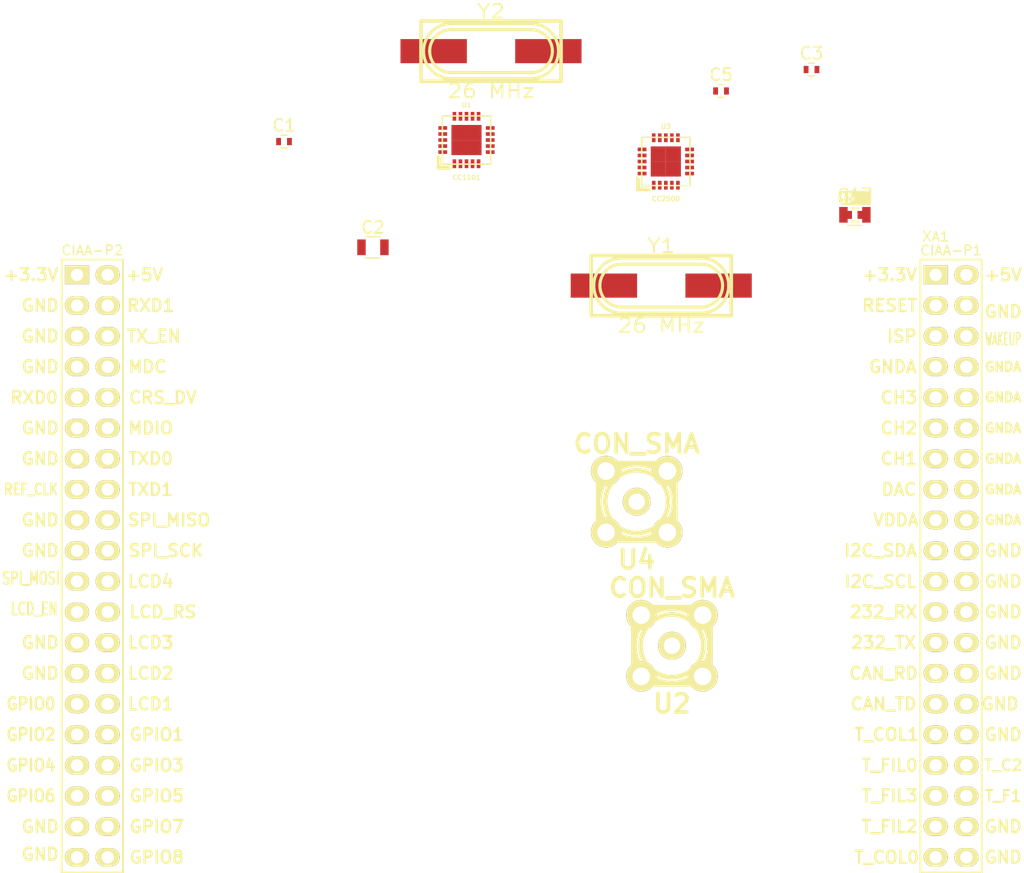
<source format=kicad_pcb>
(kicad_pcb (version 4) (host pcbnew 4.0.7-e2-6376~58~ubuntu14.04.1)

  (general
    (links 99)
    (no_connects 80)
    (area 0 0 0 0)
    (thickness 1.6)
    (drawings 0)
    (tracks 0)
    (zones 0)
    (modules 48)
    (nets 118)
  )

  (page A4)
  (layers
    (0 F.Cu signal)
    (31 B.Cu signal)
    (32 B.Adhes user)
    (33 F.Adhes user)
    (34 B.Paste user)
    (35 F.Paste user)
    (36 B.SilkS user)
    (37 F.SilkS user)
    (38 B.Mask user)
    (39 F.Mask user)
    (40 Dwgs.User user)
    (41 Cmts.User user)
    (42 Eco1.User user)
    (43 Eco2.User user)
    (44 Edge.Cuts user)
    (45 Margin user)
    (46 B.CrtYd user)
    (47 F.CrtYd user)
    (48 B.Fab user)
    (49 F.Fab user)
  )

  (setup
    (last_trace_width 0.25)
    (trace_clearance 0.2)
    (zone_clearance 0.508)
    (zone_45_only no)
    (trace_min 0.2)
    (segment_width 0.2)
    (edge_width 0.15)
    (via_size 0.6)
    (via_drill 0.4)
    (via_min_size 0.4)
    (via_min_drill 0.3)
    (uvia_size 0.3)
    (uvia_drill 0.1)
    (uvias_allowed no)
    (uvia_min_size 0.2)
    (uvia_min_drill 0.1)
    (pcb_text_width 0.3)
    (pcb_text_size 1.5 1.5)
    (mod_edge_width 0.15)
    (mod_text_size 1 1)
    (mod_text_width 0.15)
    (pad_size 1.524 1.524)
    (pad_drill 0.762)
    (pad_to_mask_clearance 0.2)
    (aux_axis_origin 0 0)
    (visible_elements FFFFFF7F)
    (pcbplotparams
      (layerselection 0x00030_80000001)
      (usegerberextensions false)
      (excludeedgelayer true)
      (linewidth 0.100000)
      (plotframeref false)
      (viasonmask false)
      (mode 1)
      (useauxorigin false)
      (hpglpennumber 1)
      (hpglpenspeed 20)
      (hpglpendiameter 15)
      (hpglpenoverlay 2)
      (psnegative false)
      (psa4output false)
      (plotreference true)
      (plotvalue true)
      (plotinvisibletext false)
      (padsonsilk false)
      (subtractmaskfromsilk false)
      (outputformat 1)
      (mirror false)
      (drillshape 1)
      (scaleselection 1)
      (outputdirectory ""))
  )

  (net 0 "")
  (net 1 +3V3)
  (net 2 "Net-(C1-Pad2)")
  (net 3 "Net-(C2-Pad2)")
  (net 4 "Net-(C3-Pad2)")
  (net 5 "Net-(C4-Pad2)")
  (net 6 "Net-(C5-Pad1)")
  (net 7 "Net-(C5-Pad2)")
  (net 8 "Net-(C6-Pad1)")
  (net 9 "Net-(C6-Pad2)")
  (net 10 "Net-(C7-Pad1)")
  (net 11 "Net-(C7-Pad2)")
  (net 12 "Net-(C8-Pad1)")
  (net 13 "Net-(C8-Pad2)")
  (net 14 "Net-(C9-Pad2)")
  (net 15 "Net-(C10-Pad2)")
  (net 16 "Net-(C11-Pad1)")
  (net 17 "Net-(C11-Pad2)")
  (net 18 "Net-(C12-Pad2)")
  (net 19 "Net-(C13-Pad1)")
  (net 20 "Net-(C13-Pad2)")
  (net 21 "Net-(C14-Pad2)")
  (net 22 "Net-(C15-Pad1)")
  (net 23 "Net-(C15-Pad2)")
  (net 24 "Net-(C16-Pad1)")
  (net 25 "Net-(C16-Pad2)")
  (net 26 "Net-(C17-Pad2)")
  (net 27 "Net-(C18-Pad2)")
  (net 28 "Net-(C19-Pad2)")
  (net 29 "Net-(C20-Pad2)")
  (net 30 "Net-(C21-Pad1)")
  (net 31 "Net-(C21-Pad2)")
  (net 32 "Net-(C22-Pad2)")
  (net 33 "Net-(C23-Pad1)")
  (net 34 "Net-(C23-Pad2)")
  (net 35 "Net-(C24-Pad2)")
  (net 36 "Net-(C25-Pad1)")
  (net 37 "Net-(C25-Pad2)")
  (net 38 "Net-(C26-Pad2)")
  (net 39 "Net-(C27-Pad2)")
  (net 40 "Net-(C28-Pad1)")
  (net 41 "Net-(C28-Pad2)")
  (net 42 "Net-(C29-Pad2)")
  (net 43 "Net-(C30-Pad2)")
  (net 44 "Net-(C31-Pad1)")
  (net 45 "Net-(C31-Pad2)")
  (net 46 "Net-(C32-Pad1)")
  (net 47 "Net-(C32-Pad2)")
  (net 48 "Net-(L5-Pad1)")
  (net 49 "Net-(R1-Pad1)")
  (net 50 "Net-(R1-Pad2)")
  (net 51 "Net-(R2-Pad1)")
  (net 52 "Net-(R2-Pad2)")
  (net 53 /Conectores/SCLK_1101)
  (net 54 /CC1101/SO_CC1101)
  (net 55 "/Conectores/GDO1(opcional)_CC1101")
  (net 56 "/CC1101/GDO1(opcional)_CC1101")
  (net 57 /CC1101/CSn_CC1101)
  (net 58 "Net-(U1-Pad16)")
  (net 59 "Net-(U1-Pad19)")
  (net 60 /CC1101/SI_CC1101)
  (net 61 "Net-(U2-Pad2)")
  (net 62 /Conectores/SCLK_2500)
  (net 63 /CC2500/SO_CC2500)
  (net 64 "/CC2500/GDO2(opcional)_CC2500")
  (net 65 "/CC2500/GDO1(opcional)_CC2500")
  (net 66 /CC2500/CSn_CC2500)
  (net 67 "Net-(U3-Pad16)")
  (net 68 "Net-(U3-Pad19)")
  (net 69 /CC2500/SI_CC2500)
  (net 70 "Net-(U4-Pad2)")
  (net 71 "Net-(XA1-Pad2)")
  (net 72 "Net-(XA1-Pad11)")
  (net 73 "Net-(XA1-Pad20)")
  (net 74 "Net-(XA1-Pad13)")
  (net 75 "Net-(XA1-Pad6)")
  (net 76 "Net-(XA1-Pad15)")
  (net 77 "Net-(XA1-Pad8)")
  (net 78 "Net-(XA1-Pad17)")
  (net 79 "Net-(XA1-Pad10)")
  (net 80 "Net-(XA1-Pad19)")
  (net 81 "Net-(XA1-Pad12)")
  (net 82 "Net-(XA1-Pad21)")
  (net 83 "Net-(XA1-Pad14)")
  (net 84 "Net-(XA1-Pad23)")
  (net 85 "Net-(XA1-Pad16)")
  (net 86 "Net-(XA1-Pad25)")
  (net 87 "Net-(XA1-Pad18)")
  (net 88 "Net-(XA1-Pad27)")
  (net 89 "Net-(XA1-Pad29)")
  (net 90 "Net-(XA1-Pad31)")
  (net 91 "Net-(XA1-Pad33)")
  (net 92 "Net-(XA1-Pad34)")
  (net 93 "Net-(XA1-Pad36)")
  (net 94 "Net-(XA1-Pad35)")
  (net 95 "Net-(XA1-Pad37)")
  (net 96 "Net-(XA1-Pad3)")
  (net 97 "Net-(XA1-Pad5)")
  (net 98 "Net-(XA1-Pad7)")
  (net 99 "Net-(XA1-Pad9)")
  (net 100 "Net-(XA1-Pad39)")
  (net 101 "Net-(XA1-Pad42)")
  (net 102 "Net-(XA1-Pad43)")
  (net 103 "Net-(XA1-Pad48)")
  (net 104 "Net-(XA1-Pad49)")
  (net 105 "Net-(XA1-Pad50)")
  (net 106 "Net-(XA1-Pad52)")
  (net 107 "Net-(XA1-Pad54)")
  (net 108 "Net-(XA1-Pad56)")
  (net 109 "Net-(XA1-Pad62)")
  (net 110 "Net-(XA1-Pad63)")
  (net 111 "Net-(XA1-Pad64)")
  (net 112 "Net-(XA1-Pad66)")
  (net 113 "Net-(XA1-Pad68)")
  (net 114 "Net-(XA1-Pad70)")
  (net 115 "Net-(XA1-Pad75)")
  (net 116 "Net-(XA1-Pad78)")
  (net 117 "Net-(XA1-Pad80)")

  (net_class Default "This is the default net class."
    (clearance 0.2)
    (trace_width 0.25)
    (via_dia 0.6)
    (via_drill 0.4)
    (uvia_dia 0.3)
    (uvia_drill 0.1)
    (add_net +3V3)
    (add_net /CC1101/CSn_CC1101)
    (add_net "/CC1101/GDO1(opcional)_CC1101")
    (add_net /CC1101/SI_CC1101)
    (add_net /CC1101/SO_CC1101)
    (add_net /CC2500/CSn_CC2500)
    (add_net "/CC2500/GDO1(opcional)_CC2500")
    (add_net "/CC2500/GDO2(opcional)_CC2500")
    (add_net /CC2500/SI_CC2500)
    (add_net /CC2500/SO_CC2500)
    (add_net "/Conectores/GDO1(opcional)_CC1101")
    (add_net /Conectores/SCLK_1101)
    (add_net /Conectores/SCLK_2500)
    (add_net "Net-(C1-Pad2)")
    (add_net "Net-(C10-Pad2)")
    (add_net "Net-(C11-Pad1)")
    (add_net "Net-(C11-Pad2)")
    (add_net "Net-(C12-Pad2)")
    (add_net "Net-(C13-Pad1)")
    (add_net "Net-(C13-Pad2)")
    (add_net "Net-(C14-Pad2)")
    (add_net "Net-(C15-Pad1)")
    (add_net "Net-(C15-Pad2)")
    (add_net "Net-(C16-Pad1)")
    (add_net "Net-(C16-Pad2)")
    (add_net "Net-(C17-Pad2)")
    (add_net "Net-(C18-Pad2)")
    (add_net "Net-(C19-Pad2)")
    (add_net "Net-(C2-Pad2)")
    (add_net "Net-(C20-Pad2)")
    (add_net "Net-(C21-Pad1)")
    (add_net "Net-(C21-Pad2)")
    (add_net "Net-(C22-Pad2)")
    (add_net "Net-(C23-Pad1)")
    (add_net "Net-(C23-Pad2)")
    (add_net "Net-(C24-Pad2)")
    (add_net "Net-(C25-Pad1)")
    (add_net "Net-(C25-Pad2)")
    (add_net "Net-(C26-Pad2)")
    (add_net "Net-(C27-Pad2)")
    (add_net "Net-(C28-Pad1)")
    (add_net "Net-(C28-Pad2)")
    (add_net "Net-(C29-Pad2)")
    (add_net "Net-(C3-Pad2)")
    (add_net "Net-(C30-Pad2)")
    (add_net "Net-(C31-Pad1)")
    (add_net "Net-(C31-Pad2)")
    (add_net "Net-(C32-Pad1)")
    (add_net "Net-(C32-Pad2)")
    (add_net "Net-(C4-Pad2)")
    (add_net "Net-(C5-Pad1)")
    (add_net "Net-(C5-Pad2)")
    (add_net "Net-(C6-Pad1)")
    (add_net "Net-(C6-Pad2)")
    (add_net "Net-(C7-Pad1)")
    (add_net "Net-(C7-Pad2)")
    (add_net "Net-(C8-Pad1)")
    (add_net "Net-(C8-Pad2)")
    (add_net "Net-(C9-Pad2)")
    (add_net "Net-(L5-Pad1)")
    (add_net "Net-(R1-Pad1)")
    (add_net "Net-(R1-Pad2)")
    (add_net "Net-(R2-Pad1)")
    (add_net "Net-(R2-Pad2)")
    (add_net "Net-(U1-Pad16)")
    (add_net "Net-(U1-Pad19)")
    (add_net "Net-(U2-Pad2)")
    (add_net "Net-(U3-Pad16)")
    (add_net "Net-(U3-Pad19)")
    (add_net "Net-(U4-Pad2)")
    (add_net "Net-(XA1-Pad10)")
    (add_net "Net-(XA1-Pad11)")
    (add_net "Net-(XA1-Pad12)")
    (add_net "Net-(XA1-Pad13)")
    (add_net "Net-(XA1-Pad14)")
    (add_net "Net-(XA1-Pad15)")
    (add_net "Net-(XA1-Pad16)")
    (add_net "Net-(XA1-Pad17)")
    (add_net "Net-(XA1-Pad18)")
    (add_net "Net-(XA1-Pad19)")
    (add_net "Net-(XA1-Pad2)")
    (add_net "Net-(XA1-Pad20)")
    (add_net "Net-(XA1-Pad21)")
    (add_net "Net-(XA1-Pad23)")
    (add_net "Net-(XA1-Pad25)")
    (add_net "Net-(XA1-Pad27)")
    (add_net "Net-(XA1-Pad29)")
    (add_net "Net-(XA1-Pad3)")
    (add_net "Net-(XA1-Pad31)")
    (add_net "Net-(XA1-Pad33)")
    (add_net "Net-(XA1-Pad34)")
    (add_net "Net-(XA1-Pad35)")
    (add_net "Net-(XA1-Pad36)")
    (add_net "Net-(XA1-Pad37)")
    (add_net "Net-(XA1-Pad39)")
    (add_net "Net-(XA1-Pad42)")
    (add_net "Net-(XA1-Pad43)")
    (add_net "Net-(XA1-Pad48)")
    (add_net "Net-(XA1-Pad49)")
    (add_net "Net-(XA1-Pad5)")
    (add_net "Net-(XA1-Pad50)")
    (add_net "Net-(XA1-Pad52)")
    (add_net "Net-(XA1-Pad54)")
    (add_net "Net-(XA1-Pad56)")
    (add_net "Net-(XA1-Pad6)")
    (add_net "Net-(XA1-Pad62)")
    (add_net "Net-(XA1-Pad63)")
    (add_net "Net-(XA1-Pad64)")
    (add_net "Net-(XA1-Pad66)")
    (add_net "Net-(XA1-Pad68)")
    (add_net "Net-(XA1-Pad7)")
    (add_net "Net-(XA1-Pad70)")
    (add_net "Net-(XA1-Pad75)")
    (add_net "Net-(XA1-Pad78)")
    (add_net "Net-(XA1-Pad8)")
    (add_net "Net-(XA1-Pad80)")
    (add_net "Net-(XA1-Pad9)")
  )

  (module Resistors_SMD:R_0402 (layer F.Cu) (tedit 58E0A804) (tstamp 59F39800)
    (at 101.219 98.933)
    (descr "Resistor SMD 0402, reflow soldering, Vishay (see dcrcw.pdf)")
    (tags "resistor 0402")
    (path /59DC1C09/59C566B9)
    (attr smd)
    (fp_text reference C1 (at 0 -1.35) (layer F.SilkS)
      (effects (font (size 1 1) (thickness 0.15)))
    )
    (fp_text value 220pF (at 0 1.45) (layer F.Fab)
      (effects (font (size 1 1) (thickness 0.15)))
    )
    (fp_text user %R (at 0 -1.35) (layer F.Fab)
      (effects (font (size 1 1) (thickness 0.15)))
    )
    (fp_line (start -0.5 0.25) (end -0.5 -0.25) (layer F.Fab) (width 0.1))
    (fp_line (start 0.5 0.25) (end -0.5 0.25) (layer F.Fab) (width 0.1))
    (fp_line (start 0.5 -0.25) (end 0.5 0.25) (layer F.Fab) (width 0.1))
    (fp_line (start -0.5 -0.25) (end 0.5 -0.25) (layer F.Fab) (width 0.1))
    (fp_line (start 0.25 -0.53) (end -0.25 -0.53) (layer F.SilkS) (width 0.12))
    (fp_line (start -0.25 0.53) (end 0.25 0.53) (layer F.SilkS) (width 0.12))
    (fp_line (start -0.8 -0.45) (end 0.8 -0.45) (layer F.CrtYd) (width 0.05))
    (fp_line (start -0.8 -0.45) (end -0.8 0.45) (layer F.CrtYd) (width 0.05))
    (fp_line (start 0.8 0.45) (end 0.8 -0.45) (layer F.CrtYd) (width 0.05))
    (fp_line (start 0.8 0.45) (end -0.8 0.45) (layer F.CrtYd) (width 0.05))
    (pad 1 smd rect (at -0.45 0) (size 0.4 0.6) (layers F.Cu F.Paste F.Mask)
      (net 1 +3V3))
    (pad 2 smd rect (at 0.45 0) (size 0.4 0.6) (layers F.Cu F.Paste F.Mask)
      (net 2 "Net-(C1-Pad2)"))
    (model ${KISYS3DMOD}/Resistors_SMD.3dshapes/R_0402.wrl
      (at (xyz 0 0 0))
      (scale (xyz 1 1 1))
      (rotate (xyz 0 0 0))
    )
  )

  (module Resistors_SMD:R_0805 (layer F.Cu) (tedit 58E0A804) (tstamp 59F39811)
    (at 108.585 107.696)
    (descr "Resistor SMD 0805, reflow soldering, Vishay (see dcrcw.pdf)")
    (tags "resistor 0805")
    (path /59DC1C09/59C55D1C)
    (attr smd)
    (fp_text reference C2 (at 0 -1.65) (layer F.SilkS)
      (effects (font (size 1 1) (thickness 0.15)))
    )
    (fp_text value 1uF (at 0 1.75) (layer F.Fab)
      (effects (font (size 1 1) (thickness 0.15)))
    )
    (fp_text user %R (at 0 0) (layer F.Fab)
      (effects (font (size 0.5 0.5) (thickness 0.075)))
    )
    (fp_line (start -1 0.62) (end -1 -0.62) (layer F.Fab) (width 0.1))
    (fp_line (start 1 0.62) (end -1 0.62) (layer F.Fab) (width 0.1))
    (fp_line (start 1 -0.62) (end 1 0.62) (layer F.Fab) (width 0.1))
    (fp_line (start -1 -0.62) (end 1 -0.62) (layer F.Fab) (width 0.1))
    (fp_line (start 0.6 0.88) (end -0.6 0.88) (layer F.SilkS) (width 0.12))
    (fp_line (start -0.6 -0.88) (end 0.6 -0.88) (layer F.SilkS) (width 0.12))
    (fp_line (start -1.55 -0.9) (end 1.55 -0.9) (layer F.CrtYd) (width 0.05))
    (fp_line (start -1.55 -0.9) (end -1.55 0.9) (layer F.CrtYd) (width 0.05))
    (fp_line (start 1.55 0.9) (end 1.55 -0.9) (layer F.CrtYd) (width 0.05))
    (fp_line (start 1.55 0.9) (end -1.55 0.9) (layer F.CrtYd) (width 0.05))
    (pad 1 smd rect (at -0.95 0) (size 0.7 1.3) (layers F.Cu F.Paste F.Mask)
      (net 1 +3V3))
    (pad 2 smd rect (at 0.95 0) (size 0.7 1.3) (layers F.Cu F.Paste F.Mask)
      (net 3 "Net-(C2-Pad2)"))
    (model ${KISYS3DMOD}/Resistors_SMD.3dshapes/R_0805.wrl
      (at (xyz 0 0 0))
      (scale (xyz 1 1 1))
      (rotate (xyz 0 0 0))
    )
  )

  (module Resistors_SMD:R_0402 (layer F.Cu) (tedit 58E0A804) (tstamp 59F39822)
    (at 144.907 92.964)
    (descr "Resistor SMD 0402, reflow soldering, Vishay (see dcrcw.pdf)")
    (tags "resistor 0402")
    (path /59DC1C09/59C56B03)
    (attr smd)
    (fp_text reference C3 (at 0 -1.35) (layer F.SilkS)
      (effects (font (size 1 1) (thickness 0.15)))
    )
    (fp_text value 100nF (at 0 1.45) (layer F.Fab)
      (effects (font (size 1 1) (thickness 0.15)))
    )
    (fp_text user %R (at 0 -1.35) (layer F.Fab)
      (effects (font (size 1 1) (thickness 0.15)))
    )
    (fp_line (start -0.5 0.25) (end -0.5 -0.25) (layer F.Fab) (width 0.1))
    (fp_line (start 0.5 0.25) (end -0.5 0.25) (layer F.Fab) (width 0.1))
    (fp_line (start 0.5 -0.25) (end 0.5 0.25) (layer F.Fab) (width 0.1))
    (fp_line (start -0.5 -0.25) (end 0.5 -0.25) (layer F.Fab) (width 0.1))
    (fp_line (start 0.25 -0.53) (end -0.25 -0.53) (layer F.SilkS) (width 0.12))
    (fp_line (start -0.25 0.53) (end 0.25 0.53) (layer F.SilkS) (width 0.12))
    (fp_line (start -0.8 -0.45) (end 0.8 -0.45) (layer F.CrtYd) (width 0.05))
    (fp_line (start -0.8 -0.45) (end -0.8 0.45) (layer F.CrtYd) (width 0.05))
    (fp_line (start 0.8 0.45) (end 0.8 -0.45) (layer F.CrtYd) (width 0.05))
    (fp_line (start 0.8 0.45) (end -0.8 0.45) (layer F.CrtYd) (width 0.05))
    (pad 1 smd rect (at -0.45 0) (size 0.4 0.6) (layers F.Cu F.Paste F.Mask)
      (net 1 +3V3))
    (pad 2 smd rect (at 0.45 0) (size 0.4 0.6) (layers F.Cu F.Paste F.Mask)
      (net 4 "Net-(C3-Pad2)"))
    (model ${KISYS3DMOD}/Resistors_SMD.3dshapes/R_0402.wrl
      (at (xyz 0 0 0))
      (scale (xyz 1 1 1))
      (rotate (xyz 0 0 0))
    )
  )

  (module Resistors_SMD:R_0402 (layer F.Cu) (tedit 58E0A804) (tstamp 59F39833)
    (at 148.5011 105.0036)
    (descr "Resistor SMD 0402, reflow soldering, Vishay (see dcrcw.pdf)")
    (tags "resistor 0402")
    (path /59DC1C09/59C56B4A)
    (attr smd)
    (fp_text reference C4 (at 0 -1.35) (layer F.SilkS)
      (effects (font (size 1 1) (thickness 0.15)))
    )
    (fp_text value 100nF (at 0 1.45) (layer F.Fab)
      (effects (font (size 1 1) (thickness 0.15)))
    )
    (fp_text user %R (at 0 -1.35) (layer F.Fab)
      (effects (font (size 1 1) (thickness 0.15)))
    )
    (fp_line (start -0.5 0.25) (end -0.5 -0.25) (layer F.Fab) (width 0.1))
    (fp_line (start 0.5 0.25) (end -0.5 0.25) (layer F.Fab) (width 0.1))
    (fp_line (start 0.5 -0.25) (end 0.5 0.25) (layer F.Fab) (width 0.1))
    (fp_line (start -0.5 -0.25) (end 0.5 -0.25) (layer F.Fab) (width 0.1))
    (fp_line (start 0.25 -0.53) (end -0.25 -0.53) (layer F.SilkS) (width 0.12))
    (fp_line (start -0.25 0.53) (end 0.25 0.53) (layer F.SilkS) (width 0.12))
    (fp_line (start -0.8 -0.45) (end 0.8 -0.45) (layer F.CrtYd) (width 0.05))
    (fp_line (start -0.8 -0.45) (end -0.8 0.45) (layer F.CrtYd) (width 0.05))
    (fp_line (start 0.8 0.45) (end 0.8 -0.45) (layer F.CrtYd) (width 0.05))
    (fp_line (start 0.8 0.45) (end -0.8 0.45) (layer F.CrtYd) (width 0.05))
    (pad 1 smd rect (at -0.45 0) (size 0.4 0.6) (layers F.Cu F.Paste F.Mask)
      (net 1 +3V3))
    (pad 2 smd rect (at 0.45 0) (size 0.4 0.6) (layers F.Cu F.Paste F.Mask)
      (net 5 "Net-(C4-Pad2)"))
    (model ${KISYS3DMOD}/Resistors_SMD.3dshapes/R_0402.wrl
      (at (xyz 0 0 0))
      (scale (xyz 1 1 1))
      (rotate (xyz 0 0 0))
    )
  )

  (module Resistors_SMD:R_0402 (layer F.Cu) (tedit 58E0A804) (tstamp 59F39844)
    (at 137.414 94.742)
    (descr "Resistor SMD 0402, reflow soldering, Vishay (see dcrcw.pdf)")
    (tags "resistor 0402")
    (path /59DC1C09/59C452D0)
    (attr smd)
    (fp_text reference C5 (at 0 -1.35) (layer F.SilkS)
      (effects (font (size 1 1) (thickness 0.15)))
    )
    (fp_text value 3,9pF (at 0 1.45) (layer F.Fab)
      (effects (font (size 1 1) (thickness 0.15)))
    )
    (fp_text user %R (at 0 -1.35) (layer F.Fab)
      (effects (font (size 1 1) (thickness 0.15)))
    )
    (fp_line (start -0.5 0.25) (end -0.5 -0.25) (layer F.Fab) (width 0.1))
    (fp_line (start 0.5 0.25) (end -0.5 0.25) (layer F.Fab) (width 0.1))
    (fp_line (start 0.5 -0.25) (end 0.5 0.25) (layer F.Fab) (width 0.1))
    (fp_line (start -0.5 -0.25) (end 0.5 -0.25) (layer F.Fab) (width 0.1))
    (fp_line (start 0.25 -0.53) (end -0.25 -0.53) (layer F.SilkS) (width 0.12))
    (fp_line (start -0.25 0.53) (end 0.25 0.53) (layer F.SilkS) (width 0.12))
    (fp_line (start -0.8 -0.45) (end 0.8 -0.45) (layer F.CrtYd) (width 0.05))
    (fp_line (start -0.8 -0.45) (end -0.8 0.45) (layer F.CrtYd) (width 0.05))
    (fp_line (start 0.8 0.45) (end 0.8 -0.45) (layer F.CrtYd) (width 0.05))
    (fp_line (start 0.8 0.45) (end -0.8 0.45) (layer F.CrtYd) (width 0.05))
    (pad 1 smd rect (at -0.45 0) (size 0.4 0.6) (layers F.Cu F.Paste F.Mask)
      (net 6 "Net-(C5-Pad1)"))
    (pad 2 smd rect (at 0.45 0) (size 0.4 0.6) (layers F.Cu F.Paste F.Mask)
      (net 7 "Net-(C5-Pad2)"))
    (model ${KISYS3DMOD}/Resistors_SMD.3dshapes/R_0402.wrl
      (at (xyz 0 0 0))
      (scale (xyz 1 1 1))
      (rotate (xyz 0 0 0))
    )
  )

  (module Resistors_SMD:R_0402 (layer F.Cu) (tedit 58E0A804) (tstamp 59F39855)
    (at 148.5011 105.0036)
    (descr "Resistor SMD 0402, reflow soldering, Vishay (see dcrcw.pdf)")
    (tags "resistor 0402")
    (path /59DC1C09/59C453BD)
    (attr smd)
    (fp_text reference C6 (at 0 -1.35) (layer F.SilkS)
      (effects (font (size 1 1) (thickness 0.15)))
    )
    (fp_text value 220pF (at 0 1.45) (layer F.Fab)
      (effects (font (size 1 1) (thickness 0.15)))
    )
    (fp_text user %R (at 0 -1.35) (layer F.Fab)
      (effects (font (size 1 1) (thickness 0.15)))
    )
    (fp_line (start -0.5 0.25) (end -0.5 -0.25) (layer F.Fab) (width 0.1))
    (fp_line (start 0.5 0.25) (end -0.5 0.25) (layer F.Fab) (width 0.1))
    (fp_line (start 0.5 -0.25) (end 0.5 0.25) (layer F.Fab) (width 0.1))
    (fp_line (start -0.5 -0.25) (end 0.5 -0.25) (layer F.Fab) (width 0.1))
    (fp_line (start 0.25 -0.53) (end -0.25 -0.53) (layer F.SilkS) (width 0.12))
    (fp_line (start -0.25 0.53) (end 0.25 0.53) (layer F.SilkS) (width 0.12))
    (fp_line (start -0.8 -0.45) (end 0.8 -0.45) (layer F.CrtYd) (width 0.05))
    (fp_line (start -0.8 -0.45) (end -0.8 0.45) (layer F.CrtYd) (width 0.05))
    (fp_line (start 0.8 0.45) (end 0.8 -0.45) (layer F.CrtYd) (width 0.05))
    (fp_line (start 0.8 0.45) (end -0.8 0.45) (layer F.CrtYd) (width 0.05))
    (pad 1 smd rect (at -0.45 0) (size 0.4 0.6) (layers F.Cu F.Paste F.Mask)
      (net 8 "Net-(C6-Pad1)"))
    (pad 2 smd rect (at 0.45 0) (size 0.4 0.6) (layers F.Cu F.Paste F.Mask)
      (net 9 "Net-(C6-Pad2)"))
    (model ${KISYS3DMOD}/Resistors_SMD.3dshapes/R_0402.wrl
      (at (xyz 0 0 0))
      (scale (xyz 1 1 1))
      (rotate (xyz 0 0 0))
    )
  )

  (module Resistors_SMD:R_0402 (layer F.Cu) (tedit 58E0A804) (tstamp 59F39866)
    (at 148.5011 105.0036)
    (descr "Resistor SMD 0402, reflow soldering, Vishay (see dcrcw.pdf)")
    (tags "resistor 0402")
    (path /59DC1C09/59C4542C)
    (attr smd)
    (fp_text reference C7 (at 0 -1.35) (layer F.SilkS)
      (effects (font (size 1 1) (thickness 0.15)))
    )
    (fp_text value 3,9pF (at 0 1.45) (layer F.Fab)
      (effects (font (size 1 1) (thickness 0.15)))
    )
    (fp_text user %R (at 0 -1.35) (layer F.Fab)
      (effects (font (size 1 1) (thickness 0.15)))
    )
    (fp_line (start -0.5 0.25) (end -0.5 -0.25) (layer F.Fab) (width 0.1))
    (fp_line (start 0.5 0.25) (end -0.5 0.25) (layer F.Fab) (width 0.1))
    (fp_line (start 0.5 -0.25) (end 0.5 0.25) (layer F.Fab) (width 0.1))
    (fp_line (start -0.5 -0.25) (end 0.5 -0.25) (layer F.Fab) (width 0.1))
    (fp_line (start 0.25 -0.53) (end -0.25 -0.53) (layer F.SilkS) (width 0.12))
    (fp_line (start -0.25 0.53) (end 0.25 0.53) (layer F.SilkS) (width 0.12))
    (fp_line (start -0.8 -0.45) (end 0.8 -0.45) (layer F.CrtYd) (width 0.05))
    (fp_line (start -0.8 -0.45) (end -0.8 0.45) (layer F.CrtYd) (width 0.05))
    (fp_line (start 0.8 0.45) (end 0.8 -0.45) (layer F.CrtYd) (width 0.05))
    (fp_line (start 0.8 0.45) (end -0.8 0.45) (layer F.CrtYd) (width 0.05))
    (pad 1 smd rect (at -0.45 0) (size 0.4 0.6) (layers F.Cu F.Paste F.Mask)
      (net 10 "Net-(C7-Pad1)"))
    (pad 2 smd rect (at 0.45 0) (size 0.4 0.6) (layers F.Cu F.Paste F.Mask)
      (net 11 "Net-(C7-Pad2)"))
    (model ${KISYS3DMOD}/Resistors_SMD.3dshapes/R_0402.wrl
      (at (xyz 0 0 0))
      (scale (xyz 1 1 1))
      (rotate (xyz 0 0 0))
    )
  )

  (module Resistors_SMD:R_0402 (layer F.Cu) (tedit 58E0A804) (tstamp 59F39877)
    (at 148.5011 105.0036)
    (descr "Resistor SMD 0402, reflow soldering, Vishay (see dcrcw.pdf)")
    (tags "resistor 0402")
    (path /59DC1C09/59C45388)
    (attr smd)
    (fp_text reference C8 (at 0 -1.35) (layer F.SilkS)
      (effects (font (size 1 1) (thickness 0.15)))
    )
    (fp_text value 8,2pF (at 0 1.45) (layer F.Fab)
      (effects (font (size 1 1) (thickness 0.15)))
    )
    (fp_text user %R (at 0 -1.35) (layer F.Fab)
      (effects (font (size 1 1) (thickness 0.15)))
    )
    (fp_line (start -0.5 0.25) (end -0.5 -0.25) (layer F.Fab) (width 0.1))
    (fp_line (start 0.5 0.25) (end -0.5 0.25) (layer F.Fab) (width 0.1))
    (fp_line (start 0.5 -0.25) (end 0.5 0.25) (layer F.Fab) (width 0.1))
    (fp_line (start -0.5 -0.25) (end 0.5 -0.25) (layer F.Fab) (width 0.1))
    (fp_line (start 0.25 -0.53) (end -0.25 -0.53) (layer F.SilkS) (width 0.12))
    (fp_line (start -0.25 0.53) (end 0.25 0.53) (layer F.SilkS) (width 0.12))
    (fp_line (start -0.8 -0.45) (end 0.8 -0.45) (layer F.CrtYd) (width 0.05))
    (fp_line (start -0.8 -0.45) (end -0.8 0.45) (layer F.CrtYd) (width 0.05))
    (fp_line (start 0.8 0.45) (end 0.8 -0.45) (layer F.CrtYd) (width 0.05))
    (fp_line (start 0.8 0.45) (end -0.8 0.45) (layer F.CrtYd) (width 0.05))
    (pad 1 smd rect (at -0.45 0) (size 0.4 0.6) (layers F.Cu F.Paste F.Mask)
      (net 12 "Net-(C8-Pad1)"))
    (pad 2 smd rect (at 0.45 0) (size 0.4 0.6) (layers F.Cu F.Paste F.Mask)
      (net 13 "Net-(C8-Pad2)"))
    (model ${KISYS3DMOD}/Resistors_SMD.3dshapes/R_0402.wrl
      (at (xyz 0 0 0))
      (scale (xyz 1 1 1))
      (rotate (xyz 0 0 0))
    )
  )

  (module Resistors_SMD:R_0402 (layer F.Cu) (tedit 58E0A804) (tstamp 59F39888)
    (at 148.5011 105.0036)
    (descr "Resistor SMD 0402, reflow soldering, Vishay (see dcrcw.pdf)")
    (tags "resistor 0402")
    (path /59DC1C09/59C45471)
    (attr smd)
    (fp_text reference C9 (at 0 -1.35) (layer F.SilkS)
      (effects (font (size 1 1) (thickness 0.15)))
    )
    (fp_text value 5,6pF (at 0 1.45) (layer F.Fab)
      (effects (font (size 1 1) (thickness 0.15)))
    )
    (fp_text user %R (at 0 -1.35) (layer F.Fab)
      (effects (font (size 1 1) (thickness 0.15)))
    )
    (fp_line (start -0.5 0.25) (end -0.5 -0.25) (layer F.Fab) (width 0.1))
    (fp_line (start 0.5 0.25) (end -0.5 0.25) (layer F.Fab) (width 0.1))
    (fp_line (start 0.5 -0.25) (end 0.5 0.25) (layer F.Fab) (width 0.1))
    (fp_line (start -0.5 -0.25) (end 0.5 -0.25) (layer F.Fab) (width 0.1))
    (fp_line (start 0.25 -0.53) (end -0.25 -0.53) (layer F.SilkS) (width 0.12))
    (fp_line (start -0.25 0.53) (end 0.25 0.53) (layer F.SilkS) (width 0.12))
    (fp_line (start -0.8 -0.45) (end 0.8 -0.45) (layer F.CrtYd) (width 0.05))
    (fp_line (start -0.8 -0.45) (end -0.8 0.45) (layer F.CrtYd) (width 0.05))
    (fp_line (start 0.8 0.45) (end 0.8 -0.45) (layer F.CrtYd) (width 0.05))
    (fp_line (start 0.8 0.45) (end -0.8 0.45) (layer F.CrtYd) (width 0.05))
    (pad 1 smd rect (at -0.45 0) (size 0.4 0.6) (layers F.Cu F.Paste F.Mask)
      (net 8 "Net-(C6-Pad1)"))
    (pad 2 smd rect (at 0.45 0) (size 0.4 0.6) (layers F.Cu F.Paste F.Mask)
      (net 14 "Net-(C9-Pad2)"))
    (model ${KISYS3DMOD}/Resistors_SMD.3dshapes/R_0402.wrl
      (at (xyz 0 0 0))
      (scale (xyz 1 1 1))
      (rotate (xyz 0 0 0))
    )
  )

  (module Resistors_SMD:R_0402 (layer F.Cu) (tedit 58E0A804) (tstamp 59F39899)
    (at 148.5011 105.0036)
    (descr "Resistor SMD 0402, reflow soldering, Vishay (see dcrcw.pdf)")
    (tags "resistor 0402")
    (path /59DC1C09/59C56416)
    (attr smd)
    (fp_text reference C10 (at 0 -1.35) (layer F.SilkS)
      (effects (font (size 1 1) (thickness 0.15)))
    )
    (fp_text value 100nF (at 0 1.45) (layer F.Fab)
      (effects (font (size 1 1) (thickness 0.15)))
    )
    (fp_text user %R (at 0 -1.35) (layer F.Fab)
      (effects (font (size 1 1) (thickness 0.15)))
    )
    (fp_line (start -0.5 0.25) (end -0.5 -0.25) (layer F.Fab) (width 0.1))
    (fp_line (start 0.5 0.25) (end -0.5 0.25) (layer F.Fab) (width 0.1))
    (fp_line (start 0.5 -0.25) (end 0.5 0.25) (layer F.Fab) (width 0.1))
    (fp_line (start -0.5 -0.25) (end 0.5 -0.25) (layer F.Fab) (width 0.1))
    (fp_line (start 0.25 -0.53) (end -0.25 -0.53) (layer F.SilkS) (width 0.12))
    (fp_line (start -0.25 0.53) (end 0.25 0.53) (layer F.SilkS) (width 0.12))
    (fp_line (start -0.8 -0.45) (end 0.8 -0.45) (layer F.CrtYd) (width 0.05))
    (fp_line (start -0.8 -0.45) (end -0.8 0.45) (layer F.CrtYd) (width 0.05))
    (fp_line (start 0.8 0.45) (end 0.8 -0.45) (layer F.CrtYd) (width 0.05))
    (fp_line (start 0.8 0.45) (end -0.8 0.45) (layer F.CrtYd) (width 0.05))
    (pad 1 smd rect (at -0.45 0) (size 0.4 0.6) (layers F.Cu F.Paste F.Mask)
      (net 1 +3V3))
    (pad 2 smd rect (at 0.45 0) (size 0.4 0.6) (layers F.Cu F.Paste F.Mask)
      (net 15 "Net-(C10-Pad2)"))
    (model ${KISYS3DMOD}/Resistors_SMD.3dshapes/R_0402.wrl
      (at (xyz 0 0 0))
      (scale (xyz 1 1 1))
      (rotate (xyz 0 0 0))
    )
  )

  (module Resistors_SMD:R_0402 (layer F.Cu) (tedit 58E0A804) (tstamp 59F398AA)
    (at 148.5011 105.0036)
    (descr "Resistor SMD 0402, reflow soldering, Vishay (see dcrcw.pdf)")
    (tags "resistor 0402")
    (path /59DC1C09/59C45578)
    (attr smd)
    (fp_text reference C11 (at 0 -1.35) (layer F.SilkS)
      (effects (font (size 1 1) (thickness 0.15)))
    )
    (fp_text value 100nF (at 0 1.45) (layer F.Fab)
      (effects (font (size 1 1) (thickness 0.15)))
    )
    (fp_text user %R (at 0 -1.35) (layer F.Fab)
      (effects (font (size 1 1) (thickness 0.15)))
    )
    (fp_line (start -0.5 0.25) (end -0.5 -0.25) (layer F.Fab) (width 0.1))
    (fp_line (start 0.5 0.25) (end -0.5 0.25) (layer F.Fab) (width 0.1))
    (fp_line (start 0.5 -0.25) (end 0.5 0.25) (layer F.Fab) (width 0.1))
    (fp_line (start -0.5 -0.25) (end 0.5 -0.25) (layer F.Fab) (width 0.1))
    (fp_line (start 0.25 -0.53) (end -0.25 -0.53) (layer F.SilkS) (width 0.12))
    (fp_line (start -0.25 0.53) (end 0.25 0.53) (layer F.SilkS) (width 0.12))
    (fp_line (start -0.8 -0.45) (end 0.8 -0.45) (layer F.CrtYd) (width 0.05))
    (fp_line (start -0.8 -0.45) (end -0.8 0.45) (layer F.CrtYd) (width 0.05))
    (fp_line (start 0.8 0.45) (end 0.8 -0.45) (layer F.CrtYd) (width 0.05))
    (fp_line (start 0.8 0.45) (end -0.8 0.45) (layer F.CrtYd) (width 0.05))
    (pad 1 smd rect (at -0.45 0) (size 0.4 0.6) (layers F.Cu F.Paste F.Mask)
      (net 16 "Net-(C11-Pad1)"))
    (pad 2 smd rect (at 0.45 0) (size 0.4 0.6) (layers F.Cu F.Paste F.Mask)
      (net 17 "Net-(C11-Pad2)"))
    (model ${KISYS3DMOD}/Resistors_SMD.3dshapes/R_0402.wrl
      (at (xyz 0 0 0))
      (scale (xyz 1 1 1))
      (rotate (xyz 0 0 0))
    )
  )

  (module Resistors_SMD:R_0402 (layer F.Cu) (tedit 58E0A804) (tstamp 59F398BB)
    (at 148.5011 105.0036)
    (descr "Resistor SMD 0402, reflow soldering, Vishay (see dcrcw.pdf)")
    (tags "resistor 0402")
    (path /59DC1C09/59C56AC0)
    (attr smd)
    (fp_text reference C12 (at 0 -1.35) (layer F.SilkS)
      (effects (font (size 1 1) (thickness 0.15)))
    )
    (fp_text value 100nF (at 0 1.45) (layer F.Fab)
      (effects (font (size 1 1) (thickness 0.15)))
    )
    (fp_text user %R (at 0 -1.35) (layer F.Fab)
      (effects (font (size 1 1) (thickness 0.15)))
    )
    (fp_line (start -0.5 0.25) (end -0.5 -0.25) (layer F.Fab) (width 0.1))
    (fp_line (start 0.5 0.25) (end -0.5 0.25) (layer F.Fab) (width 0.1))
    (fp_line (start 0.5 -0.25) (end 0.5 0.25) (layer F.Fab) (width 0.1))
    (fp_line (start -0.5 -0.25) (end 0.5 -0.25) (layer F.Fab) (width 0.1))
    (fp_line (start 0.25 -0.53) (end -0.25 -0.53) (layer F.SilkS) (width 0.12))
    (fp_line (start -0.25 0.53) (end 0.25 0.53) (layer F.SilkS) (width 0.12))
    (fp_line (start -0.8 -0.45) (end 0.8 -0.45) (layer F.CrtYd) (width 0.05))
    (fp_line (start -0.8 -0.45) (end -0.8 0.45) (layer F.CrtYd) (width 0.05))
    (fp_line (start 0.8 0.45) (end 0.8 -0.45) (layer F.CrtYd) (width 0.05))
    (fp_line (start 0.8 0.45) (end -0.8 0.45) (layer F.CrtYd) (width 0.05))
    (pad 1 smd rect (at -0.45 0) (size 0.4 0.6) (layers F.Cu F.Paste F.Mask)
      (net 1 +3V3))
    (pad 2 smd rect (at 0.45 0) (size 0.4 0.6) (layers F.Cu F.Paste F.Mask)
      (net 18 "Net-(C12-Pad2)"))
    (model ${KISYS3DMOD}/Resistors_SMD.3dshapes/R_0402.wrl
      (at (xyz 0 0 0))
      (scale (xyz 1 1 1))
      (rotate (xyz 0 0 0))
    )
  )

  (module Resistors_SMD:R_0402 (layer F.Cu) (tedit 58E0A804) (tstamp 59F398CC)
    (at 148.5011 105.0036)
    (descr "Resistor SMD 0402, reflow soldering, Vishay (see dcrcw.pdf)")
    (tags "resistor 0402")
    (path /59DC1C09/59C4532B)
    (attr smd)
    (fp_text reference C13 (at 0 -1.35) (layer F.SilkS)
      (effects (font (size 1 1) (thickness 0.15)))
    )
    (fp_text value 220pF (at 0 1.45) (layer F.Fab)
      (effects (font (size 1 1) (thickness 0.15)))
    )
    (fp_text user %R (at 0 -1.35) (layer F.Fab)
      (effects (font (size 1 1) (thickness 0.15)))
    )
    (fp_line (start -0.5 0.25) (end -0.5 -0.25) (layer F.Fab) (width 0.1))
    (fp_line (start 0.5 0.25) (end -0.5 0.25) (layer F.Fab) (width 0.1))
    (fp_line (start 0.5 -0.25) (end 0.5 0.25) (layer F.Fab) (width 0.1))
    (fp_line (start -0.5 -0.25) (end 0.5 -0.25) (layer F.Fab) (width 0.1))
    (fp_line (start 0.25 -0.53) (end -0.25 -0.53) (layer F.SilkS) (width 0.12))
    (fp_line (start -0.25 0.53) (end 0.25 0.53) (layer F.SilkS) (width 0.12))
    (fp_line (start -0.8 -0.45) (end 0.8 -0.45) (layer F.CrtYd) (width 0.05))
    (fp_line (start -0.8 -0.45) (end -0.8 0.45) (layer F.CrtYd) (width 0.05))
    (fp_line (start 0.8 0.45) (end 0.8 -0.45) (layer F.CrtYd) (width 0.05))
    (fp_line (start 0.8 0.45) (end -0.8 0.45) (layer F.CrtYd) (width 0.05))
    (pad 1 smd rect (at -0.45 0) (size 0.4 0.6) (layers F.Cu F.Paste F.Mask)
      (net 19 "Net-(C13-Pad1)"))
    (pad 2 smd rect (at 0.45 0) (size 0.4 0.6) (layers F.Cu F.Paste F.Mask)
      (net 20 "Net-(C13-Pad2)"))
    (model ${KISYS3DMOD}/Resistors_SMD.3dshapes/R_0402.wrl
      (at (xyz 0 0 0))
      (scale (xyz 1 1 1))
      (rotate (xyz 0 0 0))
    )
  )

  (module Resistors_SMD:R_0402 (layer F.Cu) (tedit 58E0A804) (tstamp 59F398DD)
    (at 148.5011 105.0036)
    (descr "Resistor SMD 0402, reflow soldering, Vishay (see dcrcw.pdf)")
    (tags "resistor 0402")
    (path /59DC1C09/59C56A07)
    (attr smd)
    (fp_text reference C14 (at 0 -1.35) (layer F.SilkS)
      (effects (font (size 1 1) (thickness 0.15)))
    )
    (fp_text value 100nF (at 0 1.45) (layer F.Fab)
      (effects (font (size 1 1) (thickness 0.15)))
    )
    (fp_text user %R (at 0 -1.35) (layer F.Fab)
      (effects (font (size 1 1) (thickness 0.15)))
    )
    (fp_line (start -0.5 0.25) (end -0.5 -0.25) (layer F.Fab) (width 0.1))
    (fp_line (start 0.5 0.25) (end -0.5 0.25) (layer F.Fab) (width 0.1))
    (fp_line (start 0.5 -0.25) (end 0.5 0.25) (layer F.Fab) (width 0.1))
    (fp_line (start -0.5 -0.25) (end 0.5 -0.25) (layer F.Fab) (width 0.1))
    (fp_line (start 0.25 -0.53) (end -0.25 -0.53) (layer F.SilkS) (width 0.12))
    (fp_line (start -0.25 0.53) (end 0.25 0.53) (layer F.SilkS) (width 0.12))
    (fp_line (start -0.8 -0.45) (end 0.8 -0.45) (layer F.CrtYd) (width 0.05))
    (fp_line (start -0.8 -0.45) (end -0.8 0.45) (layer F.CrtYd) (width 0.05))
    (fp_line (start 0.8 0.45) (end 0.8 -0.45) (layer F.CrtYd) (width 0.05))
    (fp_line (start 0.8 0.45) (end -0.8 0.45) (layer F.CrtYd) (width 0.05))
    (pad 1 smd rect (at -0.45 0) (size 0.4 0.6) (layers F.Cu F.Paste F.Mask)
      (net 1 +3V3))
    (pad 2 smd rect (at 0.45 0) (size 0.4 0.6) (layers F.Cu F.Paste F.Mask)
      (net 21 "Net-(C14-Pad2)"))
    (model ${KISYS3DMOD}/Resistors_SMD.3dshapes/R_0402.wrl
      (at (xyz 0 0 0))
      (scale (xyz 1 1 1))
      (rotate (xyz 0 0 0))
    )
  )

  (module Resistors_SMD:R_0402 (layer F.Cu) (tedit 58E0A804) (tstamp 59F398EE)
    (at 148.5011 105.0036)
    (descr "Resistor SMD 0402, reflow soldering, Vishay (see dcrcw.pdf)")
    (tags "resistor 0402")
    (path /59DC1C09/59C4550D)
    (attr smd)
    (fp_text reference C15 (at 0 -1.35) (layer F.SilkS)
      (effects (font (size 1 1) (thickness 0.15)))
    )
    (fp_text value 27pF (at 0 1.45) (layer F.Fab)
      (effects (font (size 1 1) (thickness 0.15)))
    )
    (fp_text user %R (at 0 -1.35) (layer F.Fab)
      (effects (font (size 1 1) (thickness 0.15)))
    )
    (fp_line (start -0.5 0.25) (end -0.5 -0.25) (layer F.Fab) (width 0.1))
    (fp_line (start 0.5 0.25) (end -0.5 0.25) (layer F.Fab) (width 0.1))
    (fp_line (start 0.5 -0.25) (end 0.5 0.25) (layer F.Fab) (width 0.1))
    (fp_line (start -0.5 -0.25) (end 0.5 -0.25) (layer F.Fab) (width 0.1))
    (fp_line (start 0.25 -0.53) (end -0.25 -0.53) (layer F.SilkS) (width 0.12))
    (fp_line (start -0.25 0.53) (end 0.25 0.53) (layer F.SilkS) (width 0.12))
    (fp_line (start -0.8 -0.45) (end 0.8 -0.45) (layer F.CrtYd) (width 0.05))
    (fp_line (start -0.8 -0.45) (end -0.8 0.45) (layer F.CrtYd) (width 0.05))
    (fp_line (start 0.8 0.45) (end 0.8 -0.45) (layer F.CrtYd) (width 0.05))
    (fp_line (start 0.8 0.45) (end -0.8 0.45) (layer F.CrtYd) (width 0.05))
    (pad 1 smd rect (at -0.45 0) (size 0.4 0.6) (layers F.Cu F.Paste F.Mask)
      (net 22 "Net-(C15-Pad1)"))
    (pad 2 smd rect (at 0.45 0) (size 0.4 0.6) (layers F.Cu F.Paste F.Mask)
      (net 23 "Net-(C15-Pad2)"))
    (model ${KISYS3DMOD}/Resistors_SMD.3dshapes/R_0402.wrl
      (at (xyz 0 0 0))
      (scale (xyz 1 1 1))
      (rotate (xyz 0 0 0))
    )
  )

  (module Resistors_SMD:R_0402 (layer F.Cu) (tedit 58E0A804) (tstamp 59F398FF)
    (at 148.5011 105.0036)
    (descr "Resistor SMD 0402, reflow soldering, Vishay (see dcrcw.pdf)")
    (tags "resistor 0402")
    (path /59DC1C09/59C45494)
    (attr smd)
    (fp_text reference C16 (at 0 -1.35) (layer F.SilkS)
      (effects (font (size 1 1) (thickness 0.15)))
    )
    (fp_text value 27pF (at 0 1.45) (layer F.Fab)
      (effects (font (size 1 1) (thickness 0.15)))
    )
    (fp_text user %R (at 0 -1.35) (layer F.Fab)
      (effects (font (size 1 1) (thickness 0.15)))
    )
    (fp_line (start -0.5 0.25) (end -0.5 -0.25) (layer F.Fab) (width 0.1))
    (fp_line (start 0.5 0.25) (end -0.5 0.25) (layer F.Fab) (width 0.1))
    (fp_line (start 0.5 -0.25) (end 0.5 0.25) (layer F.Fab) (width 0.1))
    (fp_line (start -0.5 -0.25) (end 0.5 -0.25) (layer F.Fab) (width 0.1))
    (fp_line (start 0.25 -0.53) (end -0.25 -0.53) (layer F.SilkS) (width 0.12))
    (fp_line (start -0.25 0.53) (end 0.25 0.53) (layer F.SilkS) (width 0.12))
    (fp_line (start -0.8 -0.45) (end 0.8 -0.45) (layer F.CrtYd) (width 0.05))
    (fp_line (start -0.8 -0.45) (end -0.8 0.45) (layer F.CrtYd) (width 0.05))
    (fp_line (start 0.8 0.45) (end 0.8 -0.45) (layer F.CrtYd) (width 0.05))
    (fp_line (start 0.8 0.45) (end -0.8 0.45) (layer F.CrtYd) (width 0.05))
    (pad 1 smd rect (at -0.45 0) (size 0.4 0.6) (layers F.Cu F.Paste F.Mask)
      (net 24 "Net-(C16-Pad1)"))
    (pad 2 smd rect (at 0.45 0) (size 0.4 0.6) (layers F.Cu F.Paste F.Mask)
      (net 25 "Net-(C16-Pad2)"))
    (model ${KISYS3DMOD}/Resistors_SMD.3dshapes/R_0402.wrl
      (at (xyz 0 0 0))
      (scale (xyz 1 1 1))
      (rotate (xyz 0 0 0))
    )
  )

  (module Resistors_SMD:R_0805 (layer F.Cu) (tedit 58E0A804) (tstamp 59F39910)
    (at 148.5011 105.0036)
    (descr "Resistor SMD 0805, reflow soldering, Vishay (see dcrcw.pdf)")
    (tags "resistor 0805")
    (path /59DC1E6D/59DC232A)
    (attr smd)
    (fp_text reference C17 (at 0 -1.65) (layer F.SilkS)
      (effects (font (size 1 1) (thickness 0.15)))
    )
    (fp_text value 1uF (at 0 1.75) (layer F.Fab)
      (effects (font (size 1 1) (thickness 0.15)))
    )
    (fp_text user %R (at 0 0) (layer F.Fab)
      (effects (font (size 0.5 0.5) (thickness 0.075)))
    )
    (fp_line (start -1 0.62) (end -1 -0.62) (layer F.Fab) (width 0.1))
    (fp_line (start 1 0.62) (end -1 0.62) (layer F.Fab) (width 0.1))
    (fp_line (start 1 -0.62) (end 1 0.62) (layer F.Fab) (width 0.1))
    (fp_line (start -1 -0.62) (end 1 -0.62) (layer F.Fab) (width 0.1))
    (fp_line (start 0.6 0.88) (end -0.6 0.88) (layer F.SilkS) (width 0.12))
    (fp_line (start -0.6 -0.88) (end 0.6 -0.88) (layer F.SilkS) (width 0.12))
    (fp_line (start -1.55 -0.9) (end 1.55 -0.9) (layer F.CrtYd) (width 0.05))
    (fp_line (start -1.55 -0.9) (end -1.55 0.9) (layer F.CrtYd) (width 0.05))
    (fp_line (start 1.55 0.9) (end 1.55 -0.9) (layer F.CrtYd) (width 0.05))
    (fp_line (start 1.55 0.9) (end -1.55 0.9) (layer F.CrtYd) (width 0.05))
    (pad 1 smd rect (at -0.95 0) (size 0.7 1.3) (layers F.Cu F.Paste F.Mask)
      (net 1 +3V3))
    (pad 2 smd rect (at 0.95 0) (size 0.7 1.3) (layers F.Cu F.Paste F.Mask)
      (net 26 "Net-(C17-Pad2)"))
    (model ${KISYS3DMOD}/Resistors_SMD.3dshapes/R_0805.wrl
      (at (xyz 0 0 0))
      (scale (xyz 1 1 1))
      (rotate (xyz 0 0 0))
    )
  )

  (module Resistors_SMD:R_0402 (layer F.Cu) (tedit 58E0A804) (tstamp 59F39921)
    (at 148.5011 105.0036)
    (descr "Resistor SMD 0402, reflow soldering, Vishay (see dcrcw.pdf)")
    (tags "resistor 0402")
    (path /59DC1E6D/59DC2374)
    (attr smd)
    (fp_text reference C18 (at 0 -1.35) (layer F.SilkS)
      (effects (font (size 1 1) (thickness 0.15)))
    )
    (fp_text value 220pF (at 0 1.45) (layer F.Fab)
      (effects (font (size 1 1) (thickness 0.15)))
    )
    (fp_text user %R (at 0 -1.35) (layer F.Fab)
      (effects (font (size 1 1) (thickness 0.15)))
    )
    (fp_line (start -0.5 0.25) (end -0.5 -0.25) (layer F.Fab) (width 0.1))
    (fp_line (start 0.5 0.25) (end -0.5 0.25) (layer F.Fab) (width 0.1))
    (fp_line (start 0.5 -0.25) (end 0.5 0.25) (layer F.Fab) (width 0.1))
    (fp_line (start -0.5 -0.25) (end 0.5 -0.25) (layer F.Fab) (width 0.1))
    (fp_line (start 0.25 -0.53) (end -0.25 -0.53) (layer F.SilkS) (width 0.12))
    (fp_line (start -0.25 0.53) (end 0.25 0.53) (layer F.SilkS) (width 0.12))
    (fp_line (start -0.8 -0.45) (end 0.8 -0.45) (layer F.CrtYd) (width 0.05))
    (fp_line (start -0.8 -0.45) (end -0.8 0.45) (layer F.CrtYd) (width 0.05))
    (fp_line (start 0.8 0.45) (end 0.8 -0.45) (layer F.CrtYd) (width 0.05))
    (fp_line (start 0.8 0.45) (end -0.8 0.45) (layer F.CrtYd) (width 0.05))
    (pad 1 smd rect (at -0.45 0) (size 0.4 0.6) (layers F.Cu F.Paste F.Mask)
      (net 1 +3V3))
    (pad 2 smd rect (at 0.45 0) (size 0.4 0.6) (layers F.Cu F.Paste F.Mask)
      (net 27 "Net-(C18-Pad2)"))
    (model ${KISYS3DMOD}/Resistors_SMD.3dshapes/R_0402.wrl
      (at (xyz 0 0 0))
      (scale (xyz 1 1 1))
      (rotate (xyz 0 0 0))
    )
  )

  (module Resistors_SMD:R_0402 (layer F.Cu) (tedit 58E0A804) (tstamp 59F39932)
    (at 148.5011 105.0036)
    (descr "Resistor SMD 0402, reflow soldering, Vishay (see dcrcw.pdf)")
    (tags "resistor 0402")
    (path /59DC1E6D/59DC2391)
    (attr smd)
    (fp_text reference C19 (at 0 -1.35) (layer F.SilkS)
      (effects (font (size 1 1) (thickness 0.15)))
    )
    (fp_text value 100nF (at 0 1.45) (layer F.Fab)
      (effects (font (size 1 1) (thickness 0.15)))
    )
    (fp_text user %R (at 0 -1.35) (layer F.Fab)
      (effects (font (size 1 1) (thickness 0.15)))
    )
    (fp_line (start -0.5 0.25) (end -0.5 -0.25) (layer F.Fab) (width 0.1))
    (fp_line (start 0.5 0.25) (end -0.5 0.25) (layer F.Fab) (width 0.1))
    (fp_line (start 0.5 -0.25) (end 0.5 0.25) (layer F.Fab) (width 0.1))
    (fp_line (start -0.5 -0.25) (end 0.5 -0.25) (layer F.Fab) (width 0.1))
    (fp_line (start 0.25 -0.53) (end -0.25 -0.53) (layer F.SilkS) (width 0.12))
    (fp_line (start -0.25 0.53) (end 0.25 0.53) (layer F.SilkS) (width 0.12))
    (fp_line (start -0.8 -0.45) (end 0.8 -0.45) (layer F.CrtYd) (width 0.05))
    (fp_line (start -0.8 -0.45) (end -0.8 0.45) (layer F.CrtYd) (width 0.05))
    (fp_line (start 0.8 0.45) (end 0.8 -0.45) (layer F.CrtYd) (width 0.05))
    (fp_line (start 0.8 0.45) (end -0.8 0.45) (layer F.CrtYd) (width 0.05))
    (pad 1 smd rect (at -0.45 0) (size 0.4 0.6) (layers F.Cu F.Paste F.Mask)
      (net 1 +3V3))
    (pad 2 smd rect (at 0.45 0) (size 0.4 0.6) (layers F.Cu F.Paste F.Mask)
      (net 28 "Net-(C19-Pad2)"))
    (model ${KISYS3DMOD}/Resistors_SMD.3dshapes/R_0402.wrl
      (at (xyz 0 0 0))
      (scale (xyz 1 1 1))
      (rotate (xyz 0 0 0))
    )
  )

  (module Resistors_SMD:R_0402 (layer F.Cu) (tedit 58E0A804) (tstamp 59F39943)
    (at 148.5011 105.0036)
    (descr "Resistor SMD 0402, reflow soldering, Vishay (see dcrcw.pdf)")
    (tags "resistor 0402")
    (path /59DC1E6D/59DC2398)
    (attr smd)
    (fp_text reference C20 (at 0 -1.35) (layer F.SilkS)
      (effects (font (size 1 1) (thickness 0.15)))
    )
    (fp_text value 100nF (at 0 1.45) (layer F.Fab)
      (effects (font (size 1 1) (thickness 0.15)))
    )
    (fp_text user %R (at 0 -1.35) (layer F.Fab)
      (effects (font (size 1 1) (thickness 0.15)))
    )
    (fp_line (start -0.5 0.25) (end -0.5 -0.25) (layer F.Fab) (width 0.1))
    (fp_line (start 0.5 0.25) (end -0.5 0.25) (layer F.Fab) (width 0.1))
    (fp_line (start 0.5 -0.25) (end 0.5 0.25) (layer F.Fab) (width 0.1))
    (fp_line (start -0.5 -0.25) (end 0.5 -0.25) (layer F.Fab) (width 0.1))
    (fp_line (start 0.25 -0.53) (end -0.25 -0.53) (layer F.SilkS) (width 0.12))
    (fp_line (start -0.25 0.53) (end 0.25 0.53) (layer F.SilkS) (width 0.12))
    (fp_line (start -0.8 -0.45) (end 0.8 -0.45) (layer F.CrtYd) (width 0.05))
    (fp_line (start -0.8 -0.45) (end -0.8 0.45) (layer F.CrtYd) (width 0.05))
    (fp_line (start 0.8 0.45) (end 0.8 -0.45) (layer F.CrtYd) (width 0.05))
    (fp_line (start 0.8 0.45) (end -0.8 0.45) (layer F.CrtYd) (width 0.05))
    (pad 1 smd rect (at -0.45 0) (size 0.4 0.6) (layers F.Cu F.Paste F.Mask)
      (net 1 +3V3))
    (pad 2 smd rect (at 0.45 0) (size 0.4 0.6) (layers F.Cu F.Paste F.Mask)
      (net 29 "Net-(C20-Pad2)"))
    (model ${KISYS3DMOD}/Resistors_SMD.3dshapes/R_0402.wrl
      (at (xyz 0 0 0))
      (scale (xyz 1 1 1))
      (rotate (xyz 0 0 0))
    )
  )

  (module Resistors_SMD:R_0402 (layer F.Cu) (tedit 58E0A804) (tstamp 59F39954)
    (at 148.5011 105.0036)
    (descr "Resistor SMD 0402, reflow soldering, Vishay (see dcrcw.pdf)")
    (tags "resistor 0402")
    (path /59DC1E6D/59DC2285)
    (attr smd)
    (fp_text reference C21 (at 0 -1.35) (layer F.SilkS)
      (effects (font (size 1 1) (thickness 0.15)))
    )
    (fp_text value 100pF (at 0 1.45) (layer F.Fab)
      (effects (font (size 1 1) (thickness 0.15)))
    )
    (fp_text user %R (at 0 -1.35) (layer F.Fab)
      (effects (font (size 1 1) (thickness 0.15)))
    )
    (fp_line (start -0.5 0.25) (end -0.5 -0.25) (layer F.Fab) (width 0.1))
    (fp_line (start 0.5 0.25) (end -0.5 0.25) (layer F.Fab) (width 0.1))
    (fp_line (start 0.5 -0.25) (end 0.5 0.25) (layer F.Fab) (width 0.1))
    (fp_line (start -0.5 -0.25) (end 0.5 -0.25) (layer F.Fab) (width 0.1))
    (fp_line (start 0.25 -0.53) (end -0.25 -0.53) (layer F.SilkS) (width 0.12))
    (fp_line (start -0.25 0.53) (end 0.25 0.53) (layer F.SilkS) (width 0.12))
    (fp_line (start -0.8 -0.45) (end 0.8 -0.45) (layer F.CrtYd) (width 0.05))
    (fp_line (start -0.8 -0.45) (end -0.8 0.45) (layer F.CrtYd) (width 0.05))
    (fp_line (start 0.8 0.45) (end 0.8 -0.45) (layer F.CrtYd) (width 0.05))
    (fp_line (start 0.8 0.45) (end -0.8 0.45) (layer F.CrtYd) (width 0.05))
    (pad 1 smd rect (at -0.45 0) (size 0.4 0.6) (layers F.Cu F.Paste F.Mask)
      (net 30 "Net-(C21-Pad1)"))
    (pad 2 smd rect (at 0.45 0) (size 0.4 0.6) (layers F.Cu F.Paste F.Mask)
      (net 31 "Net-(C21-Pad2)"))
    (model ${KISYS3DMOD}/Resistors_SMD.3dshapes/R_0402.wrl
      (at (xyz 0 0 0))
      (scale (xyz 1 1 1))
      (rotate (xyz 0 0 0))
    )
  )

  (module Resistors_SMD:R_0402 (layer F.Cu) (tedit 58E0A804) (tstamp 59F39965)
    (at 148.5011 105.0036)
    (descr "Resistor SMD 0402, reflow soldering, Vishay (see dcrcw.pdf)")
    (tags "resistor 0402")
    (path /59DC1E6D/59DC22A1)
    (attr smd)
    (fp_text reference C22 (at 0 -1.35) (layer F.SilkS)
      (effects (font (size 1 1) (thickness 0.15)))
    )
    (fp_text value 1pF (at 0 1.45) (layer F.Fab)
      (effects (font (size 1 1) (thickness 0.15)))
    )
    (fp_text user %R (at 0 -1.35) (layer F.Fab)
      (effects (font (size 1 1) (thickness 0.15)))
    )
    (fp_line (start -0.5 0.25) (end -0.5 -0.25) (layer F.Fab) (width 0.1))
    (fp_line (start 0.5 0.25) (end -0.5 0.25) (layer F.Fab) (width 0.1))
    (fp_line (start 0.5 -0.25) (end 0.5 0.25) (layer F.Fab) (width 0.1))
    (fp_line (start -0.5 -0.25) (end 0.5 -0.25) (layer F.Fab) (width 0.1))
    (fp_line (start 0.25 -0.53) (end -0.25 -0.53) (layer F.SilkS) (width 0.12))
    (fp_line (start -0.25 0.53) (end 0.25 0.53) (layer F.SilkS) (width 0.12))
    (fp_line (start -0.8 -0.45) (end 0.8 -0.45) (layer F.CrtYd) (width 0.05))
    (fp_line (start -0.8 -0.45) (end -0.8 0.45) (layer F.CrtYd) (width 0.05))
    (fp_line (start 0.8 0.45) (end 0.8 -0.45) (layer F.CrtYd) (width 0.05))
    (fp_line (start 0.8 0.45) (end -0.8 0.45) (layer F.CrtYd) (width 0.05))
    (pad 1 smd rect (at -0.45 0) (size 0.4 0.6) (layers F.Cu F.Paste F.Mask)
      (net 31 "Net-(C21-Pad2)"))
    (pad 2 smd rect (at 0.45 0) (size 0.4 0.6) (layers F.Cu F.Paste F.Mask)
      (net 32 "Net-(C22-Pad2)"))
    (model ${KISYS3DMOD}/Resistors_SMD.3dshapes/R_0402.wrl
      (at (xyz 0 0 0))
      (scale (xyz 1 1 1))
      (rotate (xyz 0 0 0))
    )
  )

  (module Resistors_SMD:R_0402 (layer F.Cu) (tedit 58E0A804) (tstamp 59F39976)
    (at 148.5011 105.0036)
    (descr "Resistor SMD 0402, reflow soldering, Vishay (see dcrcw.pdf)")
    (tags "resistor 0402")
    (path /59DC1E6D/59DC229A)
    (attr smd)
    (fp_text reference C23 (at 0 -1.35) (layer F.SilkS)
      (effects (font (size 1 1) (thickness 0.15)))
    )
    (fp_text value 100pF (at 0 1.45) (layer F.Fab)
      (effects (font (size 1 1) (thickness 0.15)))
    )
    (fp_text user %R (at 0 -1.35) (layer F.Fab)
      (effects (font (size 1 1) (thickness 0.15)))
    )
    (fp_line (start -0.5 0.25) (end -0.5 -0.25) (layer F.Fab) (width 0.1))
    (fp_line (start 0.5 0.25) (end -0.5 0.25) (layer F.Fab) (width 0.1))
    (fp_line (start 0.5 -0.25) (end 0.5 0.25) (layer F.Fab) (width 0.1))
    (fp_line (start -0.5 -0.25) (end 0.5 -0.25) (layer F.Fab) (width 0.1))
    (fp_line (start 0.25 -0.53) (end -0.25 -0.53) (layer F.SilkS) (width 0.12))
    (fp_line (start -0.25 0.53) (end 0.25 0.53) (layer F.SilkS) (width 0.12))
    (fp_line (start -0.8 -0.45) (end 0.8 -0.45) (layer F.CrtYd) (width 0.05))
    (fp_line (start -0.8 -0.45) (end -0.8 0.45) (layer F.CrtYd) (width 0.05))
    (fp_line (start 0.8 0.45) (end 0.8 -0.45) (layer F.CrtYd) (width 0.05))
    (fp_line (start 0.8 0.45) (end -0.8 0.45) (layer F.CrtYd) (width 0.05))
    (pad 1 smd rect (at -0.45 0) (size 0.4 0.6) (layers F.Cu F.Paste F.Mask)
      (net 33 "Net-(C23-Pad1)"))
    (pad 2 smd rect (at 0.45 0) (size 0.4 0.6) (layers F.Cu F.Paste F.Mask)
      (net 34 "Net-(C23-Pad2)"))
    (model ${KISYS3DMOD}/Resistors_SMD.3dshapes/R_0402.wrl
      (at (xyz 0 0 0))
      (scale (xyz 1 1 1))
      (rotate (xyz 0 0 0))
    )
  )

  (module Resistors_SMD:R_0402 (layer F.Cu) (tedit 58E0A804) (tstamp 59F39987)
    (at 148.5011 105.0036)
    (descr "Resistor SMD 0402, reflow soldering, Vishay (see dcrcw.pdf)")
    (tags "resistor 0402")
    (path /59DC1E6D/59DC2293)
    (attr smd)
    (fp_text reference C24 (at 0 -1.35) (layer F.SilkS)
      (effects (font (size 1 1) (thickness 0.15)))
    )
    (fp_text value 1,8pF (at 0 1.45) (layer F.Fab)
      (effects (font (size 1 1) (thickness 0.15)))
    )
    (fp_text user %R (at 0 -1.35) (layer F.Fab)
      (effects (font (size 1 1) (thickness 0.15)))
    )
    (fp_line (start -0.5 0.25) (end -0.5 -0.25) (layer F.Fab) (width 0.1))
    (fp_line (start 0.5 0.25) (end -0.5 0.25) (layer F.Fab) (width 0.1))
    (fp_line (start 0.5 -0.25) (end 0.5 0.25) (layer F.Fab) (width 0.1))
    (fp_line (start -0.5 -0.25) (end 0.5 -0.25) (layer F.Fab) (width 0.1))
    (fp_line (start 0.25 -0.53) (end -0.25 -0.53) (layer F.SilkS) (width 0.12))
    (fp_line (start -0.25 0.53) (end 0.25 0.53) (layer F.SilkS) (width 0.12))
    (fp_line (start -0.8 -0.45) (end 0.8 -0.45) (layer F.CrtYd) (width 0.05))
    (fp_line (start -0.8 -0.45) (end -0.8 0.45) (layer F.CrtYd) (width 0.05))
    (fp_line (start 0.8 0.45) (end 0.8 -0.45) (layer F.CrtYd) (width 0.05))
    (fp_line (start 0.8 0.45) (end -0.8 0.45) (layer F.CrtYd) (width 0.05))
    (pad 1 smd rect (at -0.45 0) (size 0.4 0.6) (layers F.Cu F.Paste F.Mask)
      (net 32 "Net-(C22-Pad2)"))
    (pad 2 smd rect (at 0.45 0) (size 0.4 0.6) (layers F.Cu F.Paste F.Mask)
      (net 35 "Net-(C24-Pad2)"))
    (model ${KISYS3DMOD}/Resistors_SMD.3dshapes/R_0402.wrl
      (at (xyz 0 0 0))
      (scale (xyz 1 1 1))
      (rotate (xyz 0 0 0))
    )
  )

  (module Resistors_SMD:R_0402 (layer F.Cu) (tedit 58E0A804) (tstamp 59F39998)
    (at 148.5011 105.0036)
    (descr "Resistor SMD 0402, reflow soldering, Vishay (see dcrcw.pdf)")
    (tags "resistor 0402")
    (path /59DC1E6D/59DC22A8)
    (attr smd)
    (fp_text reference C25 (at 0 -1.35) (layer F.SilkS)
      (effects (font (size 1 1) (thickness 0.15)))
    )
    (fp_text value 1,5pF (at 0 1.45) (layer F.Fab)
      (effects (font (size 1 1) (thickness 0.15)))
    )
    (fp_text user %R (at 0 -1.35) (layer F.Fab)
      (effects (font (size 1 1) (thickness 0.15)))
    )
    (fp_line (start -0.5 0.25) (end -0.5 -0.25) (layer F.Fab) (width 0.1))
    (fp_line (start 0.5 0.25) (end -0.5 0.25) (layer F.Fab) (width 0.1))
    (fp_line (start 0.5 -0.25) (end 0.5 0.25) (layer F.Fab) (width 0.1))
    (fp_line (start -0.5 -0.25) (end 0.5 -0.25) (layer F.Fab) (width 0.1))
    (fp_line (start 0.25 -0.53) (end -0.25 -0.53) (layer F.SilkS) (width 0.12))
    (fp_line (start -0.25 0.53) (end 0.25 0.53) (layer F.SilkS) (width 0.12))
    (fp_line (start -0.8 -0.45) (end 0.8 -0.45) (layer F.CrtYd) (width 0.05))
    (fp_line (start -0.8 -0.45) (end -0.8 0.45) (layer F.CrtYd) (width 0.05))
    (fp_line (start 0.8 0.45) (end 0.8 -0.45) (layer F.CrtYd) (width 0.05))
    (fp_line (start 0.8 0.45) (end -0.8 0.45) (layer F.CrtYd) (width 0.05))
    (pad 1 smd rect (at -0.45 0) (size 0.4 0.6) (layers F.Cu F.Paste F.Mask)
      (net 36 "Net-(C25-Pad1)"))
    (pad 2 smd rect (at 0.45 0) (size 0.4 0.6) (layers F.Cu F.Paste F.Mask)
      (net 37 "Net-(C25-Pad2)"))
    (model ${KISYS3DMOD}/Resistors_SMD.3dshapes/R_0402.wrl
      (at (xyz 0 0 0))
      (scale (xyz 1 1 1))
      (rotate (xyz 0 0 0))
    )
  )

  (module Resistors_SMD:R_0402 (layer F.Cu) (tedit 58E0A804) (tstamp 59F399A9)
    (at 148.5011 105.0036)
    (descr "Resistor SMD 0402, reflow soldering, Vishay (see dcrcw.pdf)")
    (tags "resistor 0402")
    (path /59DC1E6D/59DC2337)
    (attr smd)
    (fp_text reference C26 (at 0 -1.35) (layer F.SilkS)
      (effects (font (size 1 1) (thickness 0.15)))
    )
    (fp_text value 100nF (at 0 1.45) (layer F.Fab)
      (effects (font (size 1 1) (thickness 0.15)))
    )
    (fp_text user %R (at 0 -1.35) (layer F.Fab)
      (effects (font (size 1 1) (thickness 0.15)))
    )
    (fp_line (start -0.5 0.25) (end -0.5 -0.25) (layer F.Fab) (width 0.1))
    (fp_line (start 0.5 0.25) (end -0.5 0.25) (layer F.Fab) (width 0.1))
    (fp_line (start 0.5 -0.25) (end 0.5 0.25) (layer F.Fab) (width 0.1))
    (fp_line (start -0.5 -0.25) (end 0.5 -0.25) (layer F.Fab) (width 0.1))
    (fp_line (start 0.25 -0.53) (end -0.25 -0.53) (layer F.SilkS) (width 0.12))
    (fp_line (start -0.25 0.53) (end 0.25 0.53) (layer F.SilkS) (width 0.12))
    (fp_line (start -0.8 -0.45) (end 0.8 -0.45) (layer F.CrtYd) (width 0.05))
    (fp_line (start -0.8 -0.45) (end -0.8 0.45) (layer F.CrtYd) (width 0.05))
    (fp_line (start 0.8 0.45) (end 0.8 -0.45) (layer F.CrtYd) (width 0.05))
    (fp_line (start 0.8 0.45) (end -0.8 0.45) (layer F.CrtYd) (width 0.05))
    (pad 1 smd rect (at -0.45 0) (size 0.4 0.6) (layers F.Cu F.Paste F.Mask)
      (net 1 +3V3))
    (pad 2 smd rect (at 0.45 0) (size 0.4 0.6) (layers F.Cu F.Paste F.Mask)
      (net 38 "Net-(C26-Pad2)"))
    (model ${KISYS3DMOD}/Resistors_SMD.3dshapes/R_0402.wrl
      (at (xyz 0 0 0))
      (scale (xyz 1 1 1))
      (rotate (xyz 0 0 0))
    )
  )

  (module Resistors_SMD:R_0402 (layer F.Cu) (tedit 58E0A804) (tstamp 59F399BA)
    (at 148.5011 105.0036)
    (descr "Resistor SMD 0402, reflow soldering, Vishay (see dcrcw.pdf)")
    (tags "resistor 0402")
    (path /59DC1E6D/59DC228C)
    (attr smd)
    (fp_text reference C27 (at 0 -1.35) (layer F.SilkS)
      (effects (font (size 1 1) (thickness 0.15)))
    )
    (fp_text value 1pF (at 0 1.45) (layer F.Fab)
      (effects (font (size 1 1) (thickness 0.15)))
    )
    (fp_text user %R (at 0 -1.35) (layer F.Fab)
      (effects (font (size 1 1) (thickness 0.15)))
    )
    (fp_line (start -0.5 0.25) (end -0.5 -0.25) (layer F.Fab) (width 0.1))
    (fp_line (start 0.5 0.25) (end -0.5 0.25) (layer F.Fab) (width 0.1))
    (fp_line (start 0.5 -0.25) (end 0.5 0.25) (layer F.Fab) (width 0.1))
    (fp_line (start -0.5 -0.25) (end 0.5 -0.25) (layer F.Fab) (width 0.1))
    (fp_line (start 0.25 -0.53) (end -0.25 -0.53) (layer F.SilkS) (width 0.12))
    (fp_line (start -0.25 0.53) (end 0.25 0.53) (layer F.SilkS) (width 0.12))
    (fp_line (start -0.8 -0.45) (end 0.8 -0.45) (layer F.CrtYd) (width 0.05))
    (fp_line (start -0.8 -0.45) (end -0.8 0.45) (layer F.CrtYd) (width 0.05))
    (fp_line (start 0.8 0.45) (end 0.8 -0.45) (layer F.CrtYd) (width 0.05))
    (fp_line (start 0.8 0.45) (end -0.8 0.45) (layer F.CrtYd) (width 0.05))
    (pad 1 smd rect (at -0.45 0) (size 0.4 0.6) (layers F.Cu F.Paste F.Mask)
      (net 34 "Net-(C23-Pad2)"))
    (pad 2 smd rect (at 0.45 0) (size 0.4 0.6) (layers F.Cu F.Paste F.Mask)
      (net 39 "Net-(C27-Pad2)"))
    (model ${KISYS3DMOD}/Resistors_SMD.3dshapes/R_0402.wrl
      (at (xyz 0 0 0))
      (scale (xyz 1 1 1))
      (rotate (xyz 0 0 0))
    )
  )

  (module Resistors_SMD:R_0402 (layer F.Cu) (tedit 58E0A804) (tstamp 59F399CB)
    (at 148.5011 105.0036)
    (descr "Resistor SMD 0402, reflow soldering, Vishay (see dcrcw.pdf)")
    (tags "resistor 0402")
    (path /59DC1E6D/59DC22BD)
    (attr smd)
    (fp_text reference C28 (at 0 -1.35) (layer F.SilkS)
      (effects (font (size 1 1) (thickness 0.15)))
    )
    (fp_text value 100nF (at 0 1.45) (layer F.Fab)
      (effects (font (size 1 1) (thickness 0.15)))
    )
    (fp_text user %R (at 0 -1.35) (layer F.Fab)
      (effects (font (size 1 1) (thickness 0.15)))
    )
    (fp_line (start -0.5 0.25) (end -0.5 -0.25) (layer F.Fab) (width 0.1))
    (fp_line (start 0.5 0.25) (end -0.5 0.25) (layer F.Fab) (width 0.1))
    (fp_line (start 0.5 -0.25) (end 0.5 0.25) (layer F.Fab) (width 0.1))
    (fp_line (start -0.5 -0.25) (end 0.5 -0.25) (layer F.Fab) (width 0.1))
    (fp_line (start 0.25 -0.53) (end -0.25 -0.53) (layer F.SilkS) (width 0.12))
    (fp_line (start -0.25 0.53) (end 0.25 0.53) (layer F.SilkS) (width 0.12))
    (fp_line (start -0.8 -0.45) (end 0.8 -0.45) (layer F.CrtYd) (width 0.05))
    (fp_line (start -0.8 -0.45) (end -0.8 0.45) (layer F.CrtYd) (width 0.05))
    (fp_line (start 0.8 0.45) (end 0.8 -0.45) (layer F.CrtYd) (width 0.05))
    (fp_line (start 0.8 0.45) (end -0.8 0.45) (layer F.CrtYd) (width 0.05))
    (pad 1 smd rect (at -0.45 0) (size 0.4 0.6) (layers F.Cu F.Paste F.Mask)
      (net 40 "Net-(C28-Pad1)"))
    (pad 2 smd rect (at 0.45 0) (size 0.4 0.6) (layers F.Cu F.Paste F.Mask)
      (net 41 "Net-(C28-Pad2)"))
    (model ${KISYS3DMOD}/Resistors_SMD.3dshapes/R_0402.wrl
      (at (xyz 0 0 0))
      (scale (xyz 1 1 1))
      (rotate (xyz 0 0 0))
    )
  )

  (module Resistors_SMD:R_0402 (layer F.Cu) (tedit 58E0A804) (tstamp 59F399DC)
    (at 148.5011 105.0036)
    (descr "Resistor SMD 0402, reflow soldering, Vishay (see dcrcw.pdf)")
    (tags "resistor 0402")
    (path /59DC1E6D/59DC238A)
    (attr smd)
    (fp_text reference C29 (at 0 -1.35) (layer F.SilkS)
      (effects (font (size 1 1) (thickness 0.15)))
    )
    (fp_text value 100nF (at 0 1.45) (layer F.Fab)
      (effects (font (size 1 1) (thickness 0.15)))
    )
    (fp_text user %R (at 0 -1.35) (layer F.Fab)
      (effects (font (size 1 1) (thickness 0.15)))
    )
    (fp_line (start -0.5 0.25) (end -0.5 -0.25) (layer F.Fab) (width 0.1))
    (fp_line (start 0.5 0.25) (end -0.5 0.25) (layer F.Fab) (width 0.1))
    (fp_line (start 0.5 -0.25) (end 0.5 0.25) (layer F.Fab) (width 0.1))
    (fp_line (start -0.5 -0.25) (end 0.5 -0.25) (layer F.Fab) (width 0.1))
    (fp_line (start 0.25 -0.53) (end -0.25 -0.53) (layer F.SilkS) (width 0.12))
    (fp_line (start -0.25 0.53) (end 0.25 0.53) (layer F.SilkS) (width 0.12))
    (fp_line (start -0.8 -0.45) (end 0.8 -0.45) (layer F.CrtYd) (width 0.05))
    (fp_line (start -0.8 -0.45) (end -0.8 0.45) (layer F.CrtYd) (width 0.05))
    (fp_line (start 0.8 0.45) (end 0.8 -0.45) (layer F.CrtYd) (width 0.05))
    (fp_line (start 0.8 0.45) (end -0.8 0.45) (layer F.CrtYd) (width 0.05))
    (pad 1 smd rect (at -0.45 0) (size 0.4 0.6) (layers F.Cu F.Paste F.Mask)
      (net 1 +3V3))
    (pad 2 smd rect (at 0.45 0) (size 0.4 0.6) (layers F.Cu F.Paste F.Mask)
      (net 42 "Net-(C29-Pad2)"))
    (model ${KISYS3DMOD}/Resistors_SMD.3dshapes/R_0402.wrl
      (at (xyz 0 0 0))
      (scale (xyz 1 1 1))
      (rotate (xyz 0 0 0))
    )
  )

  (module Resistors_SMD:R_0402 (layer F.Cu) (tedit 58E0A804) (tstamp 59F399ED)
    (at 148.5011 105.0036)
    (descr "Resistor SMD 0402, reflow soldering, Vishay (see dcrcw.pdf)")
    (tags "resistor 0402")
    (path /59DC1E6D/59DC2383)
    (attr smd)
    (fp_text reference C30 (at 0 -1.35) (layer F.SilkS)
      (effects (font (size 1 1) (thickness 0.15)))
    )
    (fp_text value 100nF (at 0 1.45) (layer F.Fab)
      (effects (font (size 1 1) (thickness 0.15)))
    )
    (fp_text user %R (at 0 -1.35) (layer F.Fab)
      (effects (font (size 1 1) (thickness 0.15)))
    )
    (fp_line (start -0.5 0.25) (end -0.5 -0.25) (layer F.Fab) (width 0.1))
    (fp_line (start 0.5 0.25) (end -0.5 0.25) (layer F.Fab) (width 0.1))
    (fp_line (start 0.5 -0.25) (end 0.5 0.25) (layer F.Fab) (width 0.1))
    (fp_line (start -0.5 -0.25) (end 0.5 -0.25) (layer F.Fab) (width 0.1))
    (fp_line (start 0.25 -0.53) (end -0.25 -0.53) (layer F.SilkS) (width 0.12))
    (fp_line (start -0.25 0.53) (end 0.25 0.53) (layer F.SilkS) (width 0.12))
    (fp_line (start -0.8 -0.45) (end 0.8 -0.45) (layer F.CrtYd) (width 0.05))
    (fp_line (start -0.8 -0.45) (end -0.8 0.45) (layer F.CrtYd) (width 0.05))
    (fp_line (start 0.8 0.45) (end 0.8 -0.45) (layer F.CrtYd) (width 0.05))
    (fp_line (start 0.8 0.45) (end -0.8 0.45) (layer F.CrtYd) (width 0.05))
    (pad 1 smd rect (at -0.45 0) (size 0.4 0.6) (layers F.Cu F.Paste F.Mask)
      (net 1 +3V3))
    (pad 2 smd rect (at 0.45 0) (size 0.4 0.6) (layers F.Cu F.Paste F.Mask)
      (net 43 "Net-(C30-Pad2)"))
    (model ${KISYS3DMOD}/Resistors_SMD.3dshapes/R_0402.wrl
      (at (xyz 0 0 0))
      (scale (xyz 1 1 1))
      (rotate (xyz 0 0 0))
    )
  )

  (module Resistors_SMD:R_0402 (layer F.Cu) (tedit 58E0A804) (tstamp 59F399FE)
    (at 148.5011 105.0036)
    (descr "Resistor SMD 0402, reflow soldering, Vishay (see dcrcw.pdf)")
    (tags "resistor 0402")
    (path /59DC1E6D/59DC22B6)
    (attr smd)
    (fp_text reference C31 (at 0 -1.35) (layer F.SilkS)
      (effects (font (size 1 1) (thickness 0.15)))
    )
    (fp_text value 27pF (at 0 1.45) (layer F.Fab)
      (effects (font (size 1 1) (thickness 0.15)))
    )
    (fp_text user %R (at 0 -1.35) (layer F.Fab)
      (effects (font (size 1 1) (thickness 0.15)))
    )
    (fp_line (start -0.5 0.25) (end -0.5 -0.25) (layer F.Fab) (width 0.1))
    (fp_line (start 0.5 0.25) (end -0.5 0.25) (layer F.Fab) (width 0.1))
    (fp_line (start 0.5 -0.25) (end 0.5 0.25) (layer F.Fab) (width 0.1))
    (fp_line (start -0.5 -0.25) (end 0.5 -0.25) (layer F.Fab) (width 0.1))
    (fp_line (start 0.25 -0.53) (end -0.25 -0.53) (layer F.SilkS) (width 0.12))
    (fp_line (start -0.25 0.53) (end 0.25 0.53) (layer F.SilkS) (width 0.12))
    (fp_line (start -0.8 -0.45) (end 0.8 -0.45) (layer F.CrtYd) (width 0.05))
    (fp_line (start -0.8 -0.45) (end -0.8 0.45) (layer F.CrtYd) (width 0.05))
    (fp_line (start 0.8 0.45) (end 0.8 -0.45) (layer F.CrtYd) (width 0.05))
    (fp_line (start 0.8 0.45) (end -0.8 0.45) (layer F.CrtYd) (width 0.05))
    (pad 1 smd rect (at -0.45 0) (size 0.4 0.6) (layers F.Cu F.Paste F.Mask)
      (net 44 "Net-(C31-Pad1)"))
    (pad 2 smd rect (at 0.45 0) (size 0.4 0.6) (layers F.Cu F.Paste F.Mask)
      (net 45 "Net-(C31-Pad2)"))
    (model ${KISYS3DMOD}/Resistors_SMD.3dshapes/R_0402.wrl
      (at (xyz 0 0 0))
      (scale (xyz 1 1 1))
      (rotate (xyz 0 0 0))
    )
  )

  (module Resistors_SMD:R_0402 (layer F.Cu) (tedit 58E0A804) (tstamp 59F39A0F)
    (at 148.5011 105.0036)
    (descr "Resistor SMD 0402, reflow soldering, Vishay (see dcrcw.pdf)")
    (tags "resistor 0402")
    (path /59DC1E6D/59DC22AF)
    (attr smd)
    (fp_text reference C32 (at 0 -1.35) (layer F.SilkS)
      (effects (font (size 1 1) (thickness 0.15)))
    )
    (fp_text value 27pF (at 0 1.45) (layer F.Fab)
      (effects (font (size 1 1) (thickness 0.15)))
    )
    (fp_text user %R (at 0 -1.35) (layer F.Fab)
      (effects (font (size 1 1) (thickness 0.15)))
    )
    (fp_line (start -0.5 0.25) (end -0.5 -0.25) (layer F.Fab) (width 0.1))
    (fp_line (start 0.5 0.25) (end -0.5 0.25) (layer F.Fab) (width 0.1))
    (fp_line (start 0.5 -0.25) (end 0.5 0.25) (layer F.Fab) (width 0.1))
    (fp_line (start -0.5 -0.25) (end 0.5 -0.25) (layer F.Fab) (width 0.1))
    (fp_line (start 0.25 -0.53) (end -0.25 -0.53) (layer F.SilkS) (width 0.12))
    (fp_line (start -0.25 0.53) (end 0.25 0.53) (layer F.SilkS) (width 0.12))
    (fp_line (start -0.8 -0.45) (end 0.8 -0.45) (layer F.CrtYd) (width 0.05))
    (fp_line (start -0.8 -0.45) (end -0.8 0.45) (layer F.CrtYd) (width 0.05))
    (fp_line (start 0.8 0.45) (end 0.8 -0.45) (layer F.CrtYd) (width 0.05))
    (fp_line (start 0.8 0.45) (end -0.8 0.45) (layer F.CrtYd) (width 0.05))
    (pad 1 smd rect (at -0.45 0) (size 0.4 0.6) (layers F.Cu F.Paste F.Mask)
      (net 46 "Net-(C32-Pad1)"))
    (pad 2 smd rect (at 0.45 0) (size 0.4 0.6) (layers F.Cu F.Paste F.Mask)
      (net 47 "Net-(C32-Pad2)"))
    (model ${KISYS3DMOD}/Resistors_SMD.3dshapes/R_0402.wrl
      (at (xyz 0 0 0))
      (scale (xyz 1 1 1))
      (rotate (xyz 0 0 0))
    )
  )

  (module Resistors_SMD:R_0402 (layer F.Cu) (tedit 58E0A804) (tstamp 59F39A20)
    (at 148.5011 105.0036)
    (descr "Resistor SMD 0402, reflow soldering, Vishay (see dcrcw.pdf)")
    (tags "resistor 0402")
    (path /59DC1C09/59C45729)
    (attr smd)
    (fp_text reference L1 (at 0 -1.35) (layer F.SilkS)
      (effects (font (size 1 1) (thickness 0.15)))
    )
    (fp_text value 27nH (at 0 1.45) (layer F.Fab)
      (effects (font (size 1 1) (thickness 0.15)))
    )
    (fp_text user %R (at 0 -1.35) (layer F.Fab)
      (effects (font (size 1 1) (thickness 0.15)))
    )
    (fp_line (start -0.5 0.25) (end -0.5 -0.25) (layer F.Fab) (width 0.1))
    (fp_line (start 0.5 0.25) (end -0.5 0.25) (layer F.Fab) (width 0.1))
    (fp_line (start 0.5 -0.25) (end 0.5 0.25) (layer F.Fab) (width 0.1))
    (fp_line (start -0.5 -0.25) (end 0.5 -0.25) (layer F.Fab) (width 0.1))
    (fp_line (start 0.25 -0.53) (end -0.25 -0.53) (layer F.SilkS) (width 0.12))
    (fp_line (start -0.25 0.53) (end 0.25 0.53) (layer F.SilkS) (width 0.12))
    (fp_line (start -0.8 -0.45) (end 0.8 -0.45) (layer F.CrtYd) (width 0.05))
    (fp_line (start -0.8 -0.45) (end -0.8 0.45) (layer F.CrtYd) (width 0.05))
    (fp_line (start 0.8 0.45) (end 0.8 -0.45) (layer F.CrtYd) (width 0.05))
    (fp_line (start 0.8 0.45) (end -0.8 0.45) (layer F.CrtYd) (width 0.05))
    (pad 1 smd rect (at -0.45 0) (size 0.4 0.6) (layers F.Cu F.Paste F.Mask)
      (net 11 "Net-(C7-Pad2)"))
    (pad 2 smd rect (at 0.45 0) (size 0.4 0.6) (layers F.Cu F.Paste F.Mask)
      (net 7 "Net-(C5-Pad2)"))
    (model ${KISYS3DMOD}/Resistors_SMD.3dshapes/R_0402.wrl
      (at (xyz 0 0 0))
      (scale (xyz 1 1 1))
      (rotate (xyz 0 0 0))
    )
  )

  (module Resistors_SMD:R_0402 (layer F.Cu) (tedit 58E0A804) (tstamp 59F39A31)
    (at 148.5011 105.0036)
    (descr "Resistor SMD 0402, reflow soldering, Vishay (see dcrcw.pdf)")
    (tags "resistor 0402")
    (path /59DC1C09/59E12CD2)
    (attr smd)
    (fp_text reference L2 (at 0 -1.35) (layer F.SilkS)
      (effects (font (size 1 1) (thickness 0.15)))
    )
    (fp_text value 22nH (at 0 1.45) (layer F.Fab)
      (effects (font (size 1 1) (thickness 0.15)))
    )
    (fp_text user %R (at 0 -1.35) (layer F.Fab)
      (effects (font (size 1 1) (thickness 0.15)))
    )
    (fp_line (start -0.5 0.25) (end -0.5 -0.25) (layer F.Fab) (width 0.1))
    (fp_line (start 0.5 0.25) (end -0.5 0.25) (layer F.Fab) (width 0.1))
    (fp_line (start 0.5 -0.25) (end 0.5 0.25) (layer F.Fab) (width 0.1))
    (fp_line (start -0.5 -0.25) (end 0.5 -0.25) (layer F.Fab) (width 0.1))
    (fp_line (start 0.25 -0.53) (end -0.25 -0.53) (layer F.SilkS) (width 0.12))
    (fp_line (start -0.25 0.53) (end 0.25 0.53) (layer F.SilkS) (width 0.12))
    (fp_line (start -0.8 -0.45) (end 0.8 -0.45) (layer F.CrtYd) (width 0.05))
    (fp_line (start -0.8 -0.45) (end -0.8 0.45) (layer F.CrtYd) (width 0.05))
    (fp_line (start 0.8 0.45) (end 0.8 -0.45) (layer F.CrtYd) (width 0.05))
    (fp_line (start 0.8 0.45) (end -0.8 0.45) (layer F.CrtYd) (width 0.05))
    (pad 1 smd rect (at -0.45 0) (size 0.4 0.6) (layers F.Cu F.Paste F.Mask)
      (net 12 "Net-(C8-Pad1)"))
    (pad 2 smd rect (at 0.45 0) (size 0.4 0.6) (layers F.Cu F.Paste F.Mask)
      (net 11 "Net-(C7-Pad2)"))
    (model ${KISYS3DMOD}/Resistors_SMD.3dshapes/R_0402.wrl
      (at (xyz 0 0 0))
      (scale (xyz 1 1 1))
      (rotate (xyz 0 0 0))
    )
  )

  (module Resistors_SMD:R_0402 (layer F.Cu) (tedit 58E0A804) (tstamp 59F39A42)
    (at 148.5011 105.0036)
    (descr "Resistor SMD 0402, reflow soldering, Vishay (see dcrcw.pdf)")
    (tags "resistor 0402")
    (path /59DC1C09/59C45670)
    (attr smd)
    (fp_text reference L3 (at 0 -1.35) (layer F.SilkS)
      (effects (font (size 1 1) (thickness 0.15)))
    )
    (fp_text value 27nH (at 0 1.45) (layer F.Fab)
      (effects (font (size 1 1) (thickness 0.15)))
    )
    (fp_text user %R (at 0 -1.35) (layer F.Fab)
      (effects (font (size 1 1) (thickness 0.15)))
    )
    (fp_line (start -0.5 0.25) (end -0.5 -0.25) (layer F.Fab) (width 0.1))
    (fp_line (start 0.5 0.25) (end -0.5 0.25) (layer F.Fab) (width 0.1))
    (fp_line (start 0.5 -0.25) (end 0.5 0.25) (layer F.Fab) (width 0.1))
    (fp_line (start -0.5 -0.25) (end 0.5 -0.25) (layer F.Fab) (width 0.1))
    (fp_line (start 0.25 -0.53) (end -0.25 -0.53) (layer F.SilkS) (width 0.12))
    (fp_line (start -0.25 0.53) (end 0.25 0.53) (layer F.SilkS) (width 0.12))
    (fp_line (start -0.8 -0.45) (end 0.8 -0.45) (layer F.CrtYd) (width 0.05))
    (fp_line (start -0.8 -0.45) (end -0.8 0.45) (layer F.CrtYd) (width 0.05))
    (fp_line (start 0.8 0.45) (end 0.8 -0.45) (layer F.CrtYd) (width 0.05))
    (fp_line (start 0.8 0.45) (end -0.8 0.45) (layer F.CrtYd) (width 0.05))
    (pad 1 smd rect (at -0.45 0) (size 0.4 0.6) (layers F.Cu F.Paste F.Mask)
      (net 8 "Net-(C6-Pad1)"))
    (pad 2 smd rect (at 0.45 0) (size 0.4 0.6) (layers F.Cu F.Paste F.Mask)
      (net 12 "Net-(C8-Pad1)"))
    (model ${KISYS3DMOD}/Resistors_SMD.3dshapes/R_0402.wrl
      (at (xyz 0 0 0))
      (scale (xyz 1 1 1))
      (rotate (xyz 0 0 0))
    )
  )

  (module Resistors_SMD:R_0402 (layer F.Cu) (tedit 58E0A804) (tstamp 59F39A53)
    (at 148.5011 105.0036)
    (descr "Resistor SMD 0402, reflow soldering, Vishay (see dcrcw.pdf)")
    (tags "resistor 0402")
    (path /59DC1C09/59C455E5)
    (attr smd)
    (fp_text reference L4 (at 0 -1.35) (layer F.SilkS)
      (effects (font (size 1 1) (thickness 0.15)))
    )
    (fp_text value 27nH (at 0 1.45) (layer F.Fab)
      (effects (font (size 1 1) (thickness 0.15)))
    )
    (fp_text user %R (at 0 -1.35) (layer F.Fab)
      (effects (font (size 1 1) (thickness 0.15)))
    )
    (fp_line (start -0.5 0.25) (end -0.5 -0.25) (layer F.Fab) (width 0.1))
    (fp_line (start 0.5 0.25) (end -0.5 0.25) (layer F.Fab) (width 0.1))
    (fp_line (start 0.5 -0.25) (end 0.5 0.25) (layer F.Fab) (width 0.1))
    (fp_line (start -0.5 -0.25) (end 0.5 -0.25) (layer F.Fab) (width 0.1))
    (fp_line (start 0.25 -0.53) (end -0.25 -0.53) (layer F.SilkS) (width 0.12))
    (fp_line (start -0.25 0.53) (end 0.25 0.53) (layer F.SilkS) (width 0.12))
    (fp_line (start -0.8 -0.45) (end 0.8 -0.45) (layer F.CrtYd) (width 0.05))
    (fp_line (start -0.8 -0.45) (end -0.8 0.45) (layer F.CrtYd) (width 0.05))
    (fp_line (start 0.8 0.45) (end 0.8 -0.45) (layer F.CrtYd) (width 0.05))
    (fp_line (start 0.8 0.45) (end -0.8 0.45) (layer F.CrtYd) (width 0.05))
    (pad 1 smd rect (at -0.45 0) (size 0.4 0.6) (layers F.Cu F.Paste F.Mask)
      (net 10 "Net-(C7-Pad1)"))
    (pad 2 smd rect (at 0.45 0) (size 0.4 0.6) (layers F.Cu F.Paste F.Mask)
      (net 19 "Net-(C13-Pad1)"))
    (model ${KISYS3DMOD}/Resistors_SMD.3dshapes/R_0402.wrl
      (at (xyz 0 0 0))
      (scale (xyz 1 1 1))
      (rotate (xyz 0 0 0))
    )
  )

  (module Resistors_SMD:R_0402 (layer F.Cu) (tedit 58E0A804) (tstamp 59F39A64)
    (at 148.5011 105.0036)
    (descr "Resistor SMD 0402, reflow soldering, Vishay (see dcrcw.pdf)")
    (tags "resistor 0402")
    (path /59DC1E6D/59DC22C4)
    (attr smd)
    (fp_text reference L5 (at 0 -1.35) (layer F.SilkS)
      (effects (font (size 1 1) (thickness 0.15)))
    )
    (fp_text value 1,2nH (at 0 1.45) (layer F.Fab)
      (effects (font (size 1 1) (thickness 0.15)))
    )
    (fp_text user %R (at 0 -1.35) (layer F.Fab)
      (effects (font (size 1 1) (thickness 0.15)))
    )
    (fp_line (start -0.5 0.25) (end -0.5 -0.25) (layer F.Fab) (width 0.1))
    (fp_line (start 0.5 0.25) (end -0.5 0.25) (layer F.Fab) (width 0.1))
    (fp_line (start 0.5 -0.25) (end 0.5 0.25) (layer F.Fab) (width 0.1))
    (fp_line (start -0.5 -0.25) (end 0.5 -0.25) (layer F.Fab) (width 0.1))
    (fp_line (start 0.25 -0.53) (end -0.25 -0.53) (layer F.SilkS) (width 0.12))
    (fp_line (start -0.25 0.53) (end 0.25 0.53) (layer F.SilkS) (width 0.12))
    (fp_line (start -0.8 -0.45) (end 0.8 -0.45) (layer F.CrtYd) (width 0.05))
    (fp_line (start -0.8 -0.45) (end -0.8 0.45) (layer F.CrtYd) (width 0.05))
    (fp_line (start 0.8 0.45) (end 0.8 -0.45) (layer F.CrtYd) (width 0.05))
    (fp_line (start 0.8 0.45) (end -0.8 0.45) (layer F.CrtYd) (width 0.05))
    (pad 1 smd rect (at -0.45 0) (size 0.4 0.6) (layers F.Cu F.Paste F.Mask)
      (net 48 "Net-(L5-Pad1)"))
    (pad 2 smd rect (at 0.45 0) (size 0.4 0.6) (layers F.Cu F.Paste F.Mask)
      (net 31 "Net-(C21-Pad2)"))
    (model ${KISYS3DMOD}/Resistors_SMD.3dshapes/R_0402.wrl
      (at (xyz 0 0 0))
      (scale (xyz 1 1 1))
      (rotate (xyz 0 0 0))
    )
  )

  (module Resistors_SMD:R_0402 (layer F.Cu) (tedit 58E0A804) (tstamp 59F39A75)
    (at 148.5011 105.0036)
    (descr "Resistor SMD 0402, reflow soldering, Vishay (see dcrcw.pdf)")
    (tags "resistor 0402")
    (path /59DC1E6D/59DC22CB)
    (attr smd)
    (fp_text reference L6 (at 0 -1.35) (layer F.SilkS)
      (effects (font (size 1 1) (thickness 0.15)))
    )
    (fp_text value 1,2nH (at 0 1.45) (layer F.Fab)
      (effects (font (size 1 1) (thickness 0.15)))
    )
    (fp_text user %R (at 0 -1.35) (layer F.Fab)
      (effects (font (size 1 1) (thickness 0.15)))
    )
    (fp_line (start -0.5 0.25) (end -0.5 -0.25) (layer F.Fab) (width 0.1))
    (fp_line (start 0.5 0.25) (end -0.5 0.25) (layer F.Fab) (width 0.1))
    (fp_line (start 0.5 -0.25) (end 0.5 0.25) (layer F.Fab) (width 0.1))
    (fp_line (start -0.5 -0.25) (end 0.5 -0.25) (layer F.Fab) (width 0.1))
    (fp_line (start 0.25 -0.53) (end -0.25 -0.53) (layer F.SilkS) (width 0.12))
    (fp_line (start -0.25 0.53) (end 0.25 0.53) (layer F.SilkS) (width 0.12))
    (fp_line (start -0.8 -0.45) (end 0.8 -0.45) (layer F.CrtYd) (width 0.05))
    (fp_line (start -0.8 -0.45) (end -0.8 0.45) (layer F.CrtYd) (width 0.05))
    (fp_line (start 0.8 0.45) (end 0.8 -0.45) (layer F.CrtYd) (width 0.05))
    (fp_line (start 0.8 0.45) (end -0.8 0.45) (layer F.CrtYd) (width 0.05))
    (pad 1 smd rect (at -0.45 0) (size 0.4 0.6) (layers F.Cu F.Paste F.Mask)
      (net 36 "Net-(C25-Pad1)"))
    (pad 2 smd rect (at 0.45 0) (size 0.4 0.6) (layers F.Cu F.Paste F.Mask)
      (net 32 "Net-(C22-Pad2)"))
    (model ${KISYS3DMOD}/Resistors_SMD.3dshapes/R_0402.wrl
      (at (xyz 0 0 0))
      (scale (xyz 1 1 1))
      (rotate (xyz 0 0 0))
    )
  )

  (module Resistors_SMD:R_0402 (layer F.Cu) (tedit 58E0A804) (tstamp 59F39A86)
    (at 148.5011 105.0036)
    (descr "Resistor SMD 0402, reflow soldering, Vishay (see dcrcw.pdf)")
    (tags "resistor 0402")
    (path /59DC1E6D/59DC22D2)
    (attr smd)
    (fp_text reference L7 (at 0 -1.35) (layer F.SilkS)
      (effects (font (size 1 1) (thickness 0.15)))
    )
    (fp_text value 1,2nH (at 0 1.45) (layer F.Fab)
      (effects (font (size 1 1) (thickness 0.15)))
    )
    (fp_text user %R (at 0 -1.35) (layer F.Fab)
      (effects (font (size 1 1) (thickness 0.15)))
    )
    (fp_line (start -0.5 0.25) (end -0.5 -0.25) (layer F.Fab) (width 0.1))
    (fp_line (start 0.5 0.25) (end -0.5 0.25) (layer F.Fab) (width 0.1))
    (fp_line (start 0.5 -0.25) (end 0.5 0.25) (layer F.Fab) (width 0.1))
    (fp_line (start -0.5 -0.25) (end 0.5 -0.25) (layer F.Fab) (width 0.1))
    (fp_line (start 0.25 -0.53) (end -0.25 -0.53) (layer F.SilkS) (width 0.12))
    (fp_line (start -0.25 0.53) (end 0.25 0.53) (layer F.SilkS) (width 0.12))
    (fp_line (start -0.8 -0.45) (end 0.8 -0.45) (layer F.CrtYd) (width 0.05))
    (fp_line (start -0.8 -0.45) (end -0.8 0.45) (layer F.CrtYd) (width 0.05))
    (fp_line (start 0.8 0.45) (end 0.8 -0.45) (layer F.CrtYd) (width 0.05))
    (fp_line (start 0.8 0.45) (end -0.8 0.45) (layer F.CrtYd) (width 0.05))
    (pad 1 smd rect (at -0.45 0) (size 0.4 0.6) (layers F.Cu F.Paste F.Mask)
      (net 32 "Net-(C22-Pad2)"))
    (pad 2 smd rect (at 0.45 0) (size 0.4 0.6) (layers F.Cu F.Paste F.Mask)
      (net 34 "Net-(C23-Pad2)"))
    (model ${KISYS3DMOD}/Resistors_SMD.3dshapes/R_0402.wrl
      (at (xyz 0 0 0))
      (scale (xyz 1 1 1))
      (rotate (xyz 0 0 0))
    )
  )

  (module Resistors_SMD:R_0402 (layer F.Cu) (tedit 58E0A804) (tstamp 59F39A97)
    (at 148.5011 105.0036)
    (descr "Resistor SMD 0402, reflow soldering, Vishay (see dcrcw.pdf)")
    (tags "resistor 0402")
    (path /59DC1C09/59C46462)
    (attr smd)
    (fp_text reference R1 (at 0 -1.35) (layer F.SilkS)
      (effects (font (size 1 1) (thickness 0.15)))
    )
    (fp_text value 56K (at 0 1.45) (layer F.Fab)
      (effects (font (size 1 1) (thickness 0.15)))
    )
    (fp_text user %R (at 0 -1.35) (layer F.Fab)
      (effects (font (size 1 1) (thickness 0.15)))
    )
    (fp_line (start -0.5 0.25) (end -0.5 -0.25) (layer F.Fab) (width 0.1))
    (fp_line (start 0.5 0.25) (end -0.5 0.25) (layer F.Fab) (width 0.1))
    (fp_line (start 0.5 -0.25) (end 0.5 0.25) (layer F.Fab) (width 0.1))
    (fp_line (start -0.5 -0.25) (end 0.5 -0.25) (layer F.Fab) (width 0.1))
    (fp_line (start 0.25 -0.53) (end -0.25 -0.53) (layer F.SilkS) (width 0.12))
    (fp_line (start -0.25 0.53) (end 0.25 0.53) (layer F.SilkS) (width 0.12))
    (fp_line (start -0.8 -0.45) (end 0.8 -0.45) (layer F.CrtYd) (width 0.05))
    (fp_line (start -0.8 -0.45) (end -0.8 0.45) (layer F.CrtYd) (width 0.05))
    (fp_line (start 0.8 0.45) (end 0.8 -0.45) (layer F.CrtYd) (width 0.05))
    (fp_line (start 0.8 0.45) (end -0.8 0.45) (layer F.CrtYd) (width 0.05))
    (pad 1 smd rect (at -0.45 0) (size 0.4 0.6) (layers F.Cu F.Paste F.Mask)
      (net 49 "Net-(R1-Pad1)"))
    (pad 2 smd rect (at 0.45 0) (size 0.4 0.6) (layers F.Cu F.Paste F.Mask)
      (net 50 "Net-(R1-Pad2)"))
    (model ${KISYS3DMOD}/Resistors_SMD.3dshapes/R_0402.wrl
      (at (xyz 0 0 0))
      (scale (xyz 1 1 1))
      (rotate (xyz 0 0 0))
    )
  )

  (module Resistors_SMD:R_0402 (layer F.Cu) (tedit 58E0A804) (tstamp 59F39AA8)
    (at 148.5011 105.0036)
    (descr "Resistor SMD 0402, reflow soldering, Vishay (see dcrcw.pdf)")
    (tags "resistor 0402")
    (path /59DC1E6D/59DC22E0)
    (attr smd)
    (fp_text reference R2 (at 0 -1.35) (layer F.SilkS)
      (effects (font (size 1 1) (thickness 0.15)))
    )
    (fp_text value 56K (at 0 1.45) (layer F.Fab)
      (effects (font (size 1 1) (thickness 0.15)))
    )
    (fp_text user %R (at 0 -1.35) (layer F.Fab)
      (effects (font (size 1 1) (thickness 0.15)))
    )
    (fp_line (start -0.5 0.25) (end -0.5 -0.25) (layer F.Fab) (width 0.1))
    (fp_line (start 0.5 0.25) (end -0.5 0.25) (layer F.Fab) (width 0.1))
    (fp_line (start 0.5 -0.25) (end 0.5 0.25) (layer F.Fab) (width 0.1))
    (fp_line (start -0.5 -0.25) (end 0.5 -0.25) (layer F.Fab) (width 0.1))
    (fp_line (start 0.25 -0.53) (end -0.25 -0.53) (layer F.SilkS) (width 0.12))
    (fp_line (start -0.25 0.53) (end 0.25 0.53) (layer F.SilkS) (width 0.12))
    (fp_line (start -0.8 -0.45) (end 0.8 -0.45) (layer F.CrtYd) (width 0.05))
    (fp_line (start -0.8 -0.45) (end -0.8 0.45) (layer F.CrtYd) (width 0.05))
    (fp_line (start 0.8 0.45) (end 0.8 -0.45) (layer F.CrtYd) (width 0.05))
    (fp_line (start 0.8 0.45) (end -0.8 0.45) (layer F.CrtYd) (width 0.05))
    (pad 1 smd rect (at -0.45 0) (size 0.4 0.6) (layers F.Cu F.Paste F.Mask)
      (net 51 "Net-(R2-Pad1)"))
    (pad 2 smd rect (at 0.45 0) (size 0.4 0.6) (layers F.Cu F.Paste F.Mask)
      (net 52 "Net-(R2-Pad2)"))
    (model ${KISYS3DMOD}/Resistors_SMD.3dshapes/R_0402.wrl
      (at (xyz 0 0 0))
      (scale (xyz 1 1 1))
      (rotate (xyz 0 0 0))
    )
  )

  (module TransceiverRF:qfn-20 (layer F.Cu) (tedit 5505583B) (tstamp 59F39AD4)
    (at 116.332 98.806)
    (descr "Plastic QFP, Microchip QFN-20")
    (path /59DC1C09/59E0F73D)
    (fp_text reference U1 (at 0 -2.90068) (layer F.SilkS)
      (effects (font (size 0.39878 0.39878) (thickness 0.07874)))
    )
    (fp_text value CC1101 (at 0 3.0988) (layer F.SilkS)
      (effects (font (size 0.39878 0.39878) (thickness 0.07874)))
    )
    (fp_line (start -2.3 1.4) (end -2.3 2.3) (layer F.SilkS) (width 0.127))
    (fp_line (start -2.3 2.3) (end -1.4 2.3) (layer F.SilkS) (width 0.127))
    (fp_line (start -1.5 2.2) (end -1.3 2.4) (layer F.SilkS) (width 0.127))
    (fp_line (start -1.3 2.4) (end -2.4 2.4) (layer F.SilkS) (width 0.127))
    (fp_line (start -2.4 2.4) (end -2.4 1.3) (layer F.SilkS) (width 0.127))
    (fp_line (start -2.4 1.3) (end -2.2 1.5) (layer F.SilkS) (width 0.127))
    (fp_line (start -2.2 1.5) (end -2.2 2.2) (layer F.SilkS) (width 0.127))
    (fp_line (start -2.2 2.2) (end -1.5 2.2) (layer F.SilkS) (width 0.127))
    (fp_line (start -1.6002 1.99898) (end -1.69926 1.99898) (layer F.SilkS) (width 0.127))
    (fp_line (start -1.99898 1.69926) (end -1.99898 1.80086) (layer F.SilkS) (width 0.127))
    (fp_line (start -1.99898 1.50114) (end -1.99898 1.69926) (layer F.SilkS) (width 0.127))
    (fp_line (start -1.99898 1.39954) (end -1.99898 1.6002) (layer F.SilkS) (width 0.127))
    (fp_line (start -1.99898 1.99898) (end -1.99898 -1.99898) (layer F.SilkS) (width 0.127))
    (fp_line (start -1.99898 -1.99898) (end 1.99898 -1.99898) (layer F.SilkS) (width 0.127))
    (fp_line (start 1.99898 -1.99898) (end 1.99898 1.99898) (layer F.SilkS) (width 0.127))
    (fp_line (start 1.99898 1.99898) (end -1.99898 1.99898) (layer F.SilkS) (width 0.127))
    (pad 1 smd rect (at -1.00076 1.96596) (size 0.29972 0.72898) (layers F.Cu F.Paste F.Mask)
      (net 53 /Conectores/SCLK_1101) (solder_mask_margin 0.07112))
    (pad 2 smd rect (at -0.50038 1.96596) (size 0.29972 0.72898) (layers F.Cu F.Paste F.Mask)
      (net 54 /CC1101/SO_CC1101) (solder_mask_margin 0.07112))
    (pad 3 smd rect (at 0 1.96596) (size 0.29972 0.72898) (layers F.Cu F.Paste F.Mask)
      (net 55 "/Conectores/GDO1(opcional)_CC1101") (solder_mask_margin 0.07112))
    (pad 4 smd rect (at 0.50038 1.96596) (size 0.29972 0.72898) (layers F.Cu F.Paste F.Mask)
      (net 1 +3V3) (solder_mask_margin 0.07112))
    (pad 6 smd rect (at 1.96596 1.00076) (size 0.72898 0.29972) (layers F.Cu F.Paste F.Mask)
      (net 56 "/CC1101/GDO1(opcional)_CC1101") (solder_mask_margin 0.07112))
    (pad 7 smd rect (at 1.96596 0.50038) (size 0.72898 0.29972) (layers F.Cu F.Paste F.Mask)
      (net 57 /CC1101/CSn_CC1101) (solder_mask_margin 0.07112))
    (pad 8 smd rect (at 1.96596 0) (size 0.72898 0.29972) (layers F.Cu F.Paste F.Mask)
      (net 22 "Net-(C15-Pad1)") (solder_mask_margin 0.07112))
    (pad 9 smd rect (at 1.96596 -0.50038) (size 0.72898 0.29972) (layers F.Cu F.Paste F.Mask)
      (net 1 +3V3) (solder_mask_margin 0.07112))
    (pad 10 smd rect (at 1.96596 -1.00076) (size 0.72898 0.29972) (layers F.Cu F.Paste F.Mask)
      (net 24 "Net-(C16-Pad1)") (solder_mask_margin 0.07112))
    (pad 21 smd rect (at 0.62484 0.62484) (size 1.24968 1.24968) (layers F.Cu F.Paste F.Mask)
      (solder_mask_margin 0.07112) (solder_paste_margin -0.09906))
    (pad 21 smd rect (at -0.62484 0.62484) (size 1.24968 1.24968) (layers F.Cu F.Paste F.Mask)
      (solder_mask_margin 0.07112) (solder_paste_margin -0.09906))
    (pad 21 smd rect (at -0.62484 -0.62484) (size 1.24968 1.24968) (layers F.Cu F.Paste F.Mask)
      (solder_mask_margin 0.07112) (solder_paste_margin -0.09906))
    (pad 21 smd rect (at 0.62484 -0.62484) (size 1.24968 1.24968) (layers F.Cu F.Paste F.Mask)
      (solder_mask_margin 0.07112) (solder_paste_margin -0.09906))
    (pad 11 smd rect (at 1.00076 -1.96596) (size 0.29972 0.72898) (layers F.Cu F.Paste F.Mask)
      (net 1 +3V3) (solder_mask_margin 0.07112))
    (pad 12 smd rect (at 0.50038 -1.96596) (size 0.29972 0.72898) (layers F.Cu F.Paste F.Mask)
      (net 10 "Net-(C7-Pad1)") (solder_mask_margin 0.07112))
    (pad 13 smd rect (at 0 -1.96596) (size 0.29972 0.72898) (layers F.Cu F.Paste F.Mask)
      (net 7 "Net-(C5-Pad2)") (solder_mask_margin 0.07112))
    (pad 14 smd rect (at -0.50038 -1.96596) (size 0.29972 0.72898) (layers F.Cu F.Paste F.Mask)
      (net 1 +3V3) (solder_mask_margin 0.07112))
    (pad 15 smd rect (at -1.00076 -1.96596) (size 0.29972 0.72898) (layers F.Cu F.Paste F.Mask)
      (net 1 +3V3) (solder_mask_margin 0.07112))
    (pad 16 smd rect (at -1.96596 -1.00076) (size 0.72898 0.29972) (layers F.Cu F.Paste F.Mask)
      (net 58 "Net-(U1-Pad16)") (solder_mask_margin 0.07112))
    (pad 17 smd rect (at -1.96596 -0.50038) (size 0.72898 0.29972) (layers F.Cu F.Paste F.Mask)
      (net 50 "Net-(R1-Pad2)") (solder_mask_margin 0.07112))
    (pad 18 smd rect (at -1.96596 0) (size 0.72898 0.29972) (layers F.Cu F.Paste F.Mask)
      (net 1 +3V3) (solder_mask_margin 0.07112))
    (pad 19 smd rect (at -1.96596 0.50038) (size 0.72898 0.29972) (layers F.Cu F.Paste F.Mask)
      (net 59 "Net-(U1-Pad19)") (solder_mask_margin 0.07112))
    (pad 20 smd rect (at -1.96596 1.00076) (size 0.72898 0.29972) (layers F.Cu F.Paste F.Mask)
      (net 60 /CC1101/SI_CC1101) (solder_mask_margin 0.07112))
    (pad 5 smd rect (at 1.00076 1.96596) (size 0.29972 0.72898) (layers F.Cu F.Paste F.Mask)
      (net 16 "Net-(C11-Pad1)") (solder_mask_margin 0.07112))
    (model walter/smd_qfn/qfn-20.wrl
      (at (xyz 0 0 0))
      (scale (xyz 1 1 1))
      (rotate (xyz 0 0 0))
    )
  )

  (module TransceiverRF:sma_straight_32k101-400l5 (layer F.Cu) (tedit 0) (tstamp 59F39AE4)
    (at 133.35 140.716)
    (descr "SMA straight female connector, Rosenberger 32K101-400L5")
    (path /59DC1C09/59C570C3)
    (fp_text reference U2 (at 0 4.8) (layer F.SilkS)
      (effects (font (thickness 0.3048)))
    )
    (fp_text value CON_SMA (at 0 -4.8) (layer F.SilkS)
      (effects (font (thickness 0.3048)))
    )
    (fp_circle (center 0 0) (end -0.7 0) (layer F.SilkS) (width 0.381))
    (fp_circle (center 0 0) (end -2.6 0) (layer F.SilkS) (width 0.381))
    (fp_circle (center 0 0) (end -3.1 0) (layer F.SilkS) (width 0.381))
    (fp_line (start -3.2 -3.2) (end -3.2 3.2) (layer F.SilkS) (width 0.381))
    (fp_line (start -3.2 -3.2) (end 3.2 -3.2) (layer F.SilkS) (width 0.381))
    (fp_line (start 3.2 -3.2) (end 3.2 3.2) (layer F.SilkS) (width 0.381))
    (fp_line (start 3.2 3.2) (end -3.2 3.2) (layer F.SilkS) (width 0.381))
    (pad 1 thru_hole circle (at 0 0) (size 2.3 2.3) (drill 1.35) (layers *.Cu *.Mask F.SilkS)
      (net 9 "Net-(C6-Pad2)"))
    (pad 2 thru_hole circle (at 2.54 -2.54) (size 2.5 2.5) (drill 1.45) (layers *.Cu *.Mask F.SilkS)
      (net 61 "Net-(U2-Pad2)"))
    (pad 2 thru_hole circle (at -2.54 -2.54) (size 2.5 2.5) (drill 1.45) (layers *.Cu *.Mask F.SilkS)
      (net 61 "Net-(U2-Pad2)"))
    (pad 2 thru_hole circle (at -2.54 2.54) (size 2.5 2.5) (drill 1.45) (layers *.Cu *.Mask F.SilkS)
      (net 61 "Net-(U2-Pad2)"))
    (pad 2 thru_hole circle (at 2.54 2.54) (size 2.5 2.5) (drill 1.45) (layers *.Cu *.Mask F.SilkS)
      (net 61 "Net-(U2-Pad2)"))
    (model walter/conn_rf/sma_straight_32k101-400l5.wrl
      (at (xyz 0 0 0))
      (scale (xyz 1 1 1))
      (rotate (xyz 0 0 0))
    )
  )

  (module TransceiverRF:qfn-20 (layer F.Cu) (tedit 5505583B) (tstamp 59F39B10)
    (at 132.842 100.584)
    (descr "Plastic QFP, Microchip QFN-20")
    (path /59DC1E6D/59DC227E)
    (fp_text reference U3 (at 0 -2.90068) (layer F.SilkS)
      (effects (font (size 0.39878 0.39878) (thickness 0.07874)))
    )
    (fp_text value CC2500 (at 0 3.0988) (layer F.SilkS)
      (effects (font (size 0.39878 0.39878) (thickness 0.07874)))
    )
    (fp_line (start -2.3 1.4) (end -2.3 2.3) (layer F.SilkS) (width 0.127))
    (fp_line (start -2.3 2.3) (end -1.4 2.3) (layer F.SilkS) (width 0.127))
    (fp_line (start -1.5 2.2) (end -1.3 2.4) (layer F.SilkS) (width 0.127))
    (fp_line (start -1.3 2.4) (end -2.4 2.4) (layer F.SilkS) (width 0.127))
    (fp_line (start -2.4 2.4) (end -2.4 1.3) (layer F.SilkS) (width 0.127))
    (fp_line (start -2.4 1.3) (end -2.2 1.5) (layer F.SilkS) (width 0.127))
    (fp_line (start -2.2 1.5) (end -2.2 2.2) (layer F.SilkS) (width 0.127))
    (fp_line (start -2.2 2.2) (end -1.5 2.2) (layer F.SilkS) (width 0.127))
    (fp_line (start -1.6002 1.99898) (end -1.69926 1.99898) (layer F.SilkS) (width 0.127))
    (fp_line (start -1.99898 1.69926) (end -1.99898 1.80086) (layer F.SilkS) (width 0.127))
    (fp_line (start -1.99898 1.50114) (end -1.99898 1.69926) (layer F.SilkS) (width 0.127))
    (fp_line (start -1.99898 1.39954) (end -1.99898 1.6002) (layer F.SilkS) (width 0.127))
    (fp_line (start -1.99898 1.99898) (end -1.99898 -1.99898) (layer F.SilkS) (width 0.127))
    (fp_line (start -1.99898 -1.99898) (end 1.99898 -1.99898) (layer F.SilkS) (width 0.127))
    (fp_line (start 1.99898 -1.99898) (end 1.99898 1.99898) (layer F.SilkS) (width 0.127))
    (fp_line (start 1.99898 1.99898) (end -1.99898 1.99898) (layer F.SilkS) (width 0.127))
    (pad 1 smd rect (at -1.00076 1.96596) (size 0.29972 0.72898) (layers F.Cu F.Paste F.Mask)
      (net 62 /Conectores/SCLK_2500) (solder_mask_margin 0.07112))
    (pad 2 smd rect (at -0.50038 1.96596) (size 0.29972 0.72898) (layers F.Cu F.Paste F.Mask)
      (net 63 /CC2500/SO_CC2500) (solder_mask_margin 0.07112))
    (pad 3 smd rect (at 0 1.96596) (size 0.29972 0.72898) (layers F.Cu F.Paste F.Mask)
      (net 64 "/CC2500/GDO2(opcional)_CC2500") (solder_mask_margin 0.07112))
    (pad 4 smd rect (at 0.50038 1.96596) (size 0.29972 0.72898) (layers F.Cu F.Paste F.Mask)
      (net 1 +3V3) (solder_mask_margin 0.07112))
    (pad 6 smd rect (at 1.96596 1.00076) (size 0.72898 0.29972) (layers F.Cu F.Paste F.Mask)
      (net 65 "/CC2500/GDO1(opcional)_CC2500") (solder_mask_margin 0.07112))
    (pad 7 smd rect (at 1.96596 0.50038) (size 0.72898 0.29972) (layers F.Cu F.Paste F.Mask)
      (net 66 /CC2500/CSn_CC2500) (solder_mask_margin 0.07112))
    (pad 8 smd rect (at 1.96596 0) (size 0.72898 0.29972) (layers F.Cu F.Paste F.Mask)
      (net 44 "Net-(C31-Pad1)") (solder_mask_margin 0.07112))
    (pad 9 smd rect (at 1.96596 -0.50038) (size 0.72898 0.29972) (layers F.Cu F.Paste F.Mask)
      (net 1 +3V3) (solder_mask_margin 0.07112))
    (pad 10 smd rect (at 1.96596 -1.00076) (size 0.72898 0.29972) (layers F.Cu F.Paste F.Mask)
      (net 46 "Net-(C32-Pad1)") (solder_mask_margin 0.07112))
    (pad 21 smd rect (at 0.62484 0.62484) (size 1.24968 1.24968) (layers F.Cu F.Paste F.Mask)
      (solder_mask_margin 0.07112) (solder_paste_margin -0.09906))
    (pad 21 smd rect (at -0.62484 0.62484) (size 1.24968 1.24968) (layers F.Cu F.Paste F.Mask)
      (solder_mask_margin 0.07112) (solder_paste_margin -0.09906))
    (pad 21 smd rect (at -0.62484 -0.62484) (size 1.24968 1.24968) (layers F.Cu F.Paste F.Mask)
      (solder_mask_margin 0.07112) (solder_paste_margin -0.09906))
    (pad 21 smd rect (at 0.62484 -0.62484) (size 1.24968 1.24968) (layers F.Cu F.Paste F.Mask)
      (solder_mask_margin 0.07112) (solder_paste_margin -0.09906))
    (pad 11 smd rect (at 1.00076 -1.96596) (size 0.29972 0.72898) (layers F.Cu F.Paste F.Mask)
      (net 1 +3V3) (solder_mask_margin 0.07112))
    (pad 12 smd rect (at 0.50038 -1.96596) (size 0.29972 0.72898) (layers F.Cu F.Paste F.Mask)
      (net 33 "Net-(C23-Pad1)") (solder_mask_margin 0.07112))
    (pad 13 smd rect (at 0 -1.96596) (size 0.29972 0.72898) (layers F.Cu F.Paste F.Mask)
      (net 30 "Net-(C21-Pad1)") (solder_mask_margin 0.07112))
    (pad 14 smd rect (at -0.50038 -1.96596) (size 0.29972 0.72898) (layers F.Cu F.Paste F.Mask)
      (net 1 +3V3) (solder_mask_margin 0.07112))
    (pad 15 smd rect (at -1.00076 -1.96596) (size 0.29972 0.72898) (layers F.Cu F.Paste F.Mask)
      (net 1 +3V3) (solder_mask_margin 0.07112))
    (pad 16 smd rect (at -1.96596 -1.00076) (size 0.72898 0.29972) (layers F.Cu F.Paste F.Mask)
      (net 67 "Net-(U3-Pad16)") (solder_mask_margin 0.07112))
    (pad 17 smd rect (at -1.96596 -0.50038) (size 0.72898 0.29972) (layers F.Cu F.Paste F.Mask)
      (net 52 "Net-(R2-Pad2)") (solder_mask_margin 0.07112))
    (pad 18 smd rect (at -1.96596 0) (size 0.72898 0.29972) (layers F.Cu F.Paste F.Mask)
      (net 1 +3V3) (solder_mask_margin 0.07112))
    (pad 19 smd rect (at -1.96596 0.50038) (size 0.72898 0.29972) (layers F.Cu F.Paste F.Mask)
      (net 68 "Net-(U3-Pad19)") (solder_mask_margin 0.07112))
    (pad 20 smd rect (at -1.96596 1.00076) (size 0.72898 0.29972) (layers F.Cu F.Paste F.Mask)
      (net 69 /CC2500/SI_CC2500) (solder_mask_margin 0.07112))
    (pad 5 smd rect (at 1.00076 1.96596) (size 0.29972 0.72898) (layers F.Cu F.Paste F.Mask)
      (net 40 "Net-(C28-Pad1)") (solder_mask_margin 0.07112))
    (model walter/smd_qfn/qfn-20.wrl
      (at (xyz 0 0 0))
      (scale (xyz 1 1 1))
      (rotate (xyz 0 0 0))
    )
  )

  (module TransceiverRF:sma_straight_32k101-400l5 (layer F.Cu) (tedit 0) (tstamp 59F39B20)
    (at 130.429 128.778)
    (descr "SMA straight female connector, Rosenberger 32K101-400L5")
    (path /59DC1E6D/59DC23BE)
    (fp_text reference U4 (at 0 4.8) (layer F.SilkS)
      (effects (font (thickness 0.3048)))
    )
    (fp_text value CON_SMA (at 0 -4.8) (layer F.SilkS)
      (effects (font (thickness 0.3048)))
    )
    (fp_circle (center 0 0) (end -0.7 0) (layer F.SilkS) (width 0.381))
    (fp_circle (center 0 0) (end -2.6 0) (layer F.SilkS) (width 0.381))
    (fp_circle (center 0 0) (end -3.1 0) (layer F.SilkS) (width 0.381))
    (fp_line (start -3.2 -3.2) (end -3.2 3.2) (layer F.SilkS) (width 0.381))
    (fp_line (start -3.2 -3.2) (end 3.2 -3.2) (layer F.SilkS) (width 0.381))
    (fp_line (start 3.2 -3.2) (end 3.2 3.2) (layer F.SilkS) (width 0.381))
    (fp_line (start 3.2 3.2) (end -3.2 3.2) (layer F.SilkS) (width 0.381))
    (pad 1 thru_hole circle (at 0 0) (size 2.3 2.3) (drill 1.35) (layers *.Cu *.Mask F.SilkS)
      (net 36 "Net-(C25-Pad1)"))
    (pad 2 thru_hole circle (at 2.54 -2.54) (size 2.5 2.5) (drill 1.45) (layers *.Cu *.Mask F.SilkS)
      (net 70 "Net-(U4-Pad2)"))
    (pad 2 thru_hole circle (at -2.54 -2.54) (size 2.5 2.5) (drill 1.45) (layers *.Cu *.Mask F.SilkS)
      (net 70 "Net-(U4-Pad2)"))
    (pad 2 thru_hole circle (at -2.54 2.54) (size 2.5 2.5) (drill 1.45) (layers *.Cu *.Mask F.SilkS)
      (net 70 "Net-(U4-Pad2)"))
    (pad 2 thru_hole circle (at 2.54 2.54) (size 2.5 2.5) (drill 1.45) (layers *.Cu *.Mask F.SilkS)
      (net 70 "Net-(U4-Pad2)"))
    (model walter/conn_rf/sma_straight_32k101-400l5.wrl
      (at (xyz 0 0 0))
      (scale (xyz 1 1 1))
      (rotate (xyz 0 0 0))
    )
  )

  (module TransceiverRF:Conn_Poncho_Mediano (layer F.Cu) (tedit 5842012F) (tstamp 59F39BCF)
    (at 155.194 109.982)
    (tags "CONN Poncho")
    (path /59E53F10/59E54096)
    (fp_text reference XA1 (at 0 -3.175) (layer F.SilkS)
      (effects (font (size 0.8 0.8) (thickness 0.12)))
    )
    (fp_text value Conn_Poncho2P_2x_20x2 (at -1.905 51.181) (layer F.SilkS) hide
      (effects (font (size 1.016 1.016) (thickness 0.2032)))
    )
    (fp_text user GPIO8 (at -64.516 48.26) (layer F.SilkS)
      (effects (font (size 1 1) (thickness 0.2)))
    )
    (fp_text user GPIO7 (at -64.516 45.72) (layer F.SilkS)
      (effects (font (size 1 1) (thickness 0.2)))
    )
    (fp_text user GPIO5 (at -64.516 43.18) (layer F.SilkS)
      (effects (font (size 1 1) (thickness 0.2)))
    )
    (fp_text user GPIO3 (at -64.516 40.64) (layer F.SilkS)
      (effects (font (size 1 1) (thickness 0.2)))
    )
    (fp_text user GPIO1 (at -64.516 38.1) (layer F.SilkS)
      (effects (font (size 1 1) (thickness 0.2)))
    )
    (fp_text user LCD1 (at -65.024 35.56) (layer F.SilkS)
      (effects (font (size 1 1) (thickness 0.2)))
    )
    (fp_text user LCD2 (at -65.024 33.02) (layer F.SilkS)
      (effects (font (size 1 1) (thickness 0.2)))
    )
    (fp_text user LCD3 (at -65.024 30.48) (layer F.SilkS)
      (effects (font (size 1 1) (thickness 0.2)))
    )
    (fp_text user LCD_RS (at -64.008 27.94) (layer F.SilkS)
      (effects (font (size 1 1) (thickness 0.2)))
    )
    (fp_text user LCD4 (at -65.024 25.4) (layer F.SilkS)
      (effects (font (size 1 1) (thickness 0.2)))
    )
    (fp_text user SPI_SCK (at -63.754 22.86) (layer F.SilkS)
      (effects (font (size 1 1) (thickness 0.2)))
    )
    (fp_text user SPI_MISO (at -63.5 20.32) (layer F.SilkS)
      (effects (font (size 1 1) (thickness 0.2)))
    )
    (fp_text user TXD1 (at -65.024 17.78) (layer F.SilkS)
      (effects (font (size 1 1) (thickness 0.2)))
    )
    (fp_text user TXD0 (at -65.024 15.24) (layer F.SilkS)
      (effects (font (size 1 1) (thickness 0.2)))
    )
    (fp_text user MDIO (at -65.024 12.7) (layer F.SilkS)
      (effects (font (size 1 1) (thickness 0.2)))
    )
    (fp_text user CRS_DV (at -64.008 10.16) (layer F.SilkS)
      (effects (font (size 1 1) (thickness 0.2)))
    )
    (fp_text user MDC (at -65.278 7.62) (layer F.SilkS)
      (effects (font (size 1 1) (thickness 0.2)))
    )
    (fp_text user TX_EN (at -64.77 5.08) (layer F.SilkS)
      (effects (font (size 1 1) (thickness 0.2)))
    )
    (fp_text user RXD1 (at -65.024 2.54) (layer F.SilkS)
      (effects (font (size 1 1) (thickness 0.2)))
    )
    (fp_text user +5V (at -65.532 0) (layer F.SilkS)
      (effects (font (size 1 1) (thickness 0.2)))
    )
    (fp_text user GND (at -74.168 48.006) (layer F.SilkS)
      (effects (font (size 1 1) (thickness 0.2)))
    )
    (fp_text user GND (at -74.168 45.72) (layer F.SilkS)
      (effects (font (size 1 1) (thickness 0.2)))
    )
    (fp_text user GPIO6 (at -74.93 43.18) (layer F.SilkS)
      (effects (font (size 1 0.9) (thickness 0.2)))
    )
    (fp_text user GPIO4 (at -74.93 40.64) (layer F.SilkS)
      (effects (font (size 1 0.9) (thickness 0.2)))
    )
    (fp_text user GPIO2 (at -74.93 38.1) (layer F.SilkS)
      (effects (font (size 1 0.9) (thickness 0.2)))
    )
    (fp_text user GPIO0 (at -74.93 35.56) (layer F.SilkS)
      (effects (font (size 1 0.9) (thickness 0.2)))
    )
    (fp_text user GND (at -74.168 33.02) (layer F.SilkS)
      (effects (font (size 1 1) (thickness 0.2)))
    )
    (fp_text user GND (at -74.168 30.48) (layer F.SilkS)
      (effects (font (size 1 1) (thickness 0.2)))
    )
    (fp_text user LCD_EN (at -74.676 27.686) (layer F.SilkS)
      (effects (font (size 1 0.7) (thickness 0.17)))
    )
    (fp_text user SPI_MOSI (at -74.93 25.146) (layer F.SilkS)
      (effects (font (size 1 0.7) (thickness 0.17)))
    )
    (fp_text user GND (at -74.168 22.86) (layer F.SilkS)
      (effects (font (size 1 1) (thickness 0.2)))
    )
    (fp_text user GND (at -74.168 20.32) (layer F.SilkS)
      (effects (font (size 1 1) (thickness 0.2)))
    )
    (fp_text user REF_CLK (at -74.93 17.78) (layer F.SilkS)
      (effects (font (size 0.9 0.7) (thickness 0.175)))
    )
    (fp_text user GND (at -74.168 15.24) (layer F.SilkS)
      (effects (font (size 1 1) (thickness 0.2)))
    )
    (fp_text user GND (at -74.168 12.7) (layer F.SilkS)
      (effects (font (size 1 1) (thickness 0.2)))
    )
    (fp_text user GND (at -74.168 7.62) (layer F.SilkS)
      (effects (font (size 1 1) (thickness 0.2)))
    )
    (fp_text user RXD0 (at -74.676 10.16) (layer F.SilkS)
      (effects (font (size 1 1) (thickness 0.2)))
    )
    (fp_text user GND (at -74.168 5.08) (layer F.SilkS)
      (effects (font (size 1 1) (thickness 0.2)))
    )
    (fp_text user GND (at -74.168 2.54) (layer F.SilkS)
      (effects (font (size 1 1) (thickness 0.2)))
    )
    (fp_text user +3.3V (at -74.93 0) (layer F.SilkS)
      (effects (font (size 1 1) (thickness 0.2)))
    )
    (fp_text user GND (at 5.588 48.26) (layer F.SilkS)
      (effects (font (size 1 1) (thickness 0.2)))
    )
    (fp_text user GND (at 5.588 45.72) (layer F.SilkS)
      (effects (font (size 1 1) (thickness 0.2)))
    )
    (fp_text user T_F1 (at 5.588 43.18) (layer F.SilkS)
      (effects (font (size 0.9 0.9) (thickness 0.18)))
    )
    (fp_text user T_C2 (at 5.588 40.64) (layer F.SilkS)
      (effects (font (size 0.9 0.9) (thickness 0.18)))
    )
    (fp_text user GND (at 5.588 38.1) (layer F.SilkS)
      (effects (font (size 1 1) (thickness 0.2)))
    )
    (fp_text user GND (at 5.334 35.56) (layer F.SilkS)
      (effects (font (size 1 1) (thickness 0.2)))
    )
    (fp_text user GND (at 5.588 33.02) (layer F.SilkS)
      (effects (font (size 1 1) (thickness 0.2)))
    )
    (fp_text user GND (at 5.588 30.48) (layer F.SilkS)
      (effects (font (size 1 1) (thickness 0.2)))
    )
    (fp_text user GND (at 5.588 27.94) (layer F.SilkS)
      (effects (font (size 1 1) (thickness 0.2)))
    )
    (fp_text user GND (at 5.588 25.4) (layer F.SilkS)
      (effects (font (size 1 1) (thickness 0.2)))
    )
    (fp_text user GND (at 5.588 22.86) (layer F.SilkS)
      (effects (font (size 1 1) (thickness 0.2)))
    )
    (fp_text user GNDA (at 5.588 20.32) (layer F.SilkS)
      (effects (font (size 0.76 0.76) (thickness 0.19)))
    )
    (fp_text user GNDA (at 5.588 17.78) (layer F.SilkS)
      (effects (font (size 0.76 0.76) (thickness 0.19)))
    )
    (fp_text user GNDA (at 5.588 15.24) (layer F.SilkS)
      (effects (font (size 0.76 0.76) (thickness 0.19)))
    )
    (fp_text user GNDA (at 5.588 12.7) (layer F.SilkS)
      (effects (font (size 0.76 0.76) (thickness 0.19)))
    )
    (fp_text user GNDA (at 5.588 10.16) (layer F.SilkS)
      (effects (font (size 0.76 0.76) (thickness 0.19)))
    )
    (fp_text user GNDA (at 5.588 7.62) (layer F.SilkS)
      (effects (font (size 0.76 0.76) (thickness 0.19)))
    )
    (fp_text user WAKEUP (at 5.588 5.334) (layer F.SilkS)
      (effects (font (size 1 0.5) (thickness 0.125)))
    )
    (fp_text user GND (at 5.588 3.048) (layer F.SilkS)
      (effects (font (size 1 1) (thickness 0.2)))
    )
    (fp_text user +5V (at 5.588 0) (layer F.SilkS)
      (effects (font (size 1 1) (thickness 0.2)))
    )
    (fp_text user T_COL0 (at -4.064 48.26) (layer F.SilkS)
      (effects (font (size 1 1) (thickness 0.2)))
    )
    (fp_text user T_FIL2 (at -3.81 45.72) (layer F.SilkS)
      (effects (font (size 1 1) (thickness 0.2)))
    )
    (fp_text user T_FIL3 (at -3.81 43.18) (layer F.SilkS)
      (effects (font (size 1 1) (thickness 0.2)))
    )
    (fp_text user T_FIL0 (at -3.81 40.64) (layer F.SilkS)
      (effects (font (size 1 1) (thickness 0.2)))
    )
    (fp_text user T_COL1 (at -4.064 38.1) (layer F.SilkS)
      (effects (font (size 1 1) (thickness 0.2)))
    )
    (fp_text user CAN_TD (at -4.318 35.56) (layer F.SilkS)
      (effects (font (size 1 1) (thickness 0.2)))
    )
    (fp_text user CAN_RD (at -4.318 33.02) (layer F.SilkS)
      (effects (font (size 1 1) (thickness 0.2)))
    )
    (fp_text user 232_TX (at -4.318 30.48) (layer F.SilkS)
      (effects (font (size 1 1) (thickness 0.2)))
    )
    (fp_text user 232_RX (at -4.318 27.94) (layer F.SilkS)
      (effects (font (size 1 1) (thickness 0.2)))
    )
    (fp_text user I2C_SCL (at -4.572 25.4) (layer F.SilkS)
      (effects (font (size 1 1) (thickness 0.2)))
    )
    (fp_text user I2C_SDA (at -4.572 22.86) (layer F.SilkS)
      (effects (font (size 1 1) (thickness 0.2)))
    )
    (fp_text user VDDA (at -3.302 20.32) (layer F.SilkS)
      (effects (font (size 1 1) (thickness 0.2)))
    )
    (fp_text user DAC (at -3.048 17.78) (layer F.SilkS)
      (effects (font (size 1 1) (thickness 0.2)))
    )
    (fp_text user CH1 (at -3.048 15.24) (layer F.SilkS)
      (effects (font (size 1 1) (thickness 0.2)))
    )
    (fp_text user CH2 (at -3.048 12.7) (layer F.SilkS)
      (effects (font (size 1 1) (thickness 0.2)))
    )
    (fp_text user CH3 (at -3.048 10.16) (layer F.SilkS)
      (effects (font (size 1 1) (thickness 0.2)))
    )
    (fp_text user GNDA (at -3.556 7.62) (layer F.SilkS)
      (effects (font (size 1 1) (thickness 0.2)))
    )
    (fp_text user ISP (at -2.794 5.08) (layer F.SilkS)
      (effects (font (size 1 1) (thickness 0.2)))
    )
    (fp_text user RESET (at -3.81 2.54) (layer F.SilkS)
      (effects (font (size 1 1) (thickness 0.2)))
    )
    (fp_text user CIAA-P2 (at -69.85 -2.032) (layer F.SilkS)
      (effects (font (size 0.8 0.8) (thickness 0.12)))
    )
    (fp_text user CIAA-P1 (at 1.27 -2.032) (layer F.SilkS)
      (effects (font (size 0.8 0.8) (thickness 0.12)))
    )
    (fp_text user +3.3V (at -3.81 0) (layer F.SilkS)
      (effects (font (size 1 1) (thickness 0.2)))
    )
    (fp_line (start -72.39 0) (end -72.39 -1.27) (layer F.SilkS) (width 0.15))
    (fp_line (start -72.39 -1.27) (end -67.31 -1.27) (layer F.SilkS) (width 0.15))
    (fp_line (start -67.31 -1.27) (end -67.31 49.53) (layer F.SilkS) (width 0.15))
    (fp_line (start -67.31 49.53) (end -72.39 49.53) (layer F.SilkS) (width 0.15))
    (fp_line (start -72.39 49.53) (end -72.39 0) (layer F.SilkS) (width 0.15))
    (fp_line (start -1.27 49.53) (end -1.27 -1.27) (layer F.SilkS) (width 0.15))
    (fp_line (start 3.81 49.53) (end 3.81 -1.27) (layer F.SilkS) (width 0.15))
    (fp_line (start 3.81 49.53) (end -1.27 49.53) (layer F.SilkS) (width 0.15))
    (fp_line (start 3.81 -1.27) (end -1.27 -1.27) (layer F.SilkS) (width 0.15))
    (pad 1 thru_hole rect (at 0 0 270) (size 1.524 2) (drill 1.016) (layers *.Cu *.Mask F.SilkS)
      (net 1 +3V3))
    (pad 2 thru_hole oval (at 2.54 0 270) (size 1.524 2) (drill 1.016) (layers *.Cu *.Mask F.SilkS)
      (net 71 "Net-(XA1-Pad2)"))
    (pad 11 thru_hole oval (at 0 12.7 270) (size 1.524 2) (drill 1.016) (layers *.Cu *.Mask F.SilkS)
      (net 72 "Net-(XA1-Pad11)"))
    (pad 4 thru_hole oval (at 2.54 2.54 270) (size 1.524 2) (drill 1.016) (layers *.Cu *.Mask F.SilkS)
      (net 73 "Net-(XA1-Pad20)"))
    (pad 13 thru_hole oval (at 0 15.24 270) (size 1.524 2) (drill 1.016) (layers *.Cu *.Mask F.SilkS)
      (net 74 "Net-(XA1-Pad13)"))
    (pad 6 thru_hole oval (at 2.54 5.08 270) (size 1.524 2) (drill 1.016) (layers *.Cu *.Mask F.SilkS)
      (net 75 "Net-(XA1-Pad6)"))
    (pad 15 thru_hole oval (at 0 17.78 270) (size 1.524 2) (drill 1.016) (layers *.Cu *.Mask F.SilkS)
      (net 76 "Net-(XA1-Pad15)"))
    (pad 8 thru_hole oval (at 2.54 7.62 270) (size 1.524 2) (drill 1.016) (layers *.Cu *.Mask F.SilkS)
      (net 77 "Net-(XA1-Pad8)"))
    (pad 17 thru_hole oval (at 0 20.32 270) (size 1.524 2) (drill 1.016) (layers *.Cu *.Mask F.SilkS)
      (net 78 "Net-(XA1-Pad17)"))
    (pad 10 thru_hole oval (at 2.54 10.16 270) (size 1.524 2) (drill 1.016) (layers *.Cu *.Mask F.SilkS)
      (net 79 "Net-(XA1-Pad10)"))
    (pad 19 thru_hole oval (at 0 22.86 270) (size 1.524 2) (drill 1.016) (layers *.Cu *.Mask F.SilkS)
      (net 80 "Net-(XA1-Pad19)"))
    (pad 12 thru_hole oval (at 2.54 12.7 270) (size 1.524 2) (drill 1.016) (layers *.Cu *.Mask F.SilkS)
      (net 81 "Net-(XA1-Pad12)"))
    (pad 21 thru_hole oval (at 0 25.4 270) (size 1.524 2) (drill 1.016) (layers *.Cu *.Mask F.SilkS)
      (net 82 "Net-(XA1-Pad21)"))
    (pad 14 thru_hole oval (at 2.54 15.24 270) (size 1.524 2) (drill 1.016) (layers *.Cu *.Mask F.SilkS)
      (net 83 "Net-(XA1-Pad14)"))
    (pad 23 thru_hole oval (at 0 27.94 270) (size 1.524 2) (drill 1.016) (layers *.Cu *.Mask F.SilkS)
      (net 84 "Net-(XA1-Pad23)"))
    (pad 16 thru_hole oval (at 2.54 17.78 270) (size 1.524 2) (drill 1.016) (layers *.Cu *.Mask F.SilkS)
      (net 85 "Net-(XA1-Pad16)"))
    (pad 25 thru_hole oval (at 0 30.48 270) (size 1.524 2) (drill 1.016) (layers *.Cu *.Mask F.SilkS)
      (net 86 "Net-(XA1-Pad25)"))
    (pad 18 thru_hole oval (at 2.54 20.32 270) (size 1.524 2) (drill 1.016) (layers *.Cu *.Mask F.SilkS)
      (net 87 "Net-(XA1-Pad18)"))
    (pad 27 thru_hole oval (at 0 33.02 270) (size 1.524 2) (drill 1.016) (layers *.Cu *.Mask F.SilkS)
      (net 88 "Net-(XA1-Pad27)"))
    (pad 20 thru_hole oval (at 2.54 22.86 270) (size 1.524 2) (drill 1.016) (layers *.Cu *.Mask F.SilkS)
      (net 73 "Net-(XA1-Pad20)"))
    (pad 29 thru_hole oval (at 0 35.56 270) (size 1.524 2) (drill 1.016) (layers *.Cu *.Mask F.SilkS)
      (net 89 "Net-(XA1-Pad29)"))
    (pad 22 thru_hole oval (at 2.54 25.4 270) (size 1.524 2) (drill 1.016) (layers *.Cu *.Mask F.SilkS)
      (net 73 "Net-(XA1-Pad20)"))
    (pad 31 thru_hole oval (at 0 38.1 270) (size 1.524 2) (drill 1.016) (layers *.Cu *.Mask F.SilkS)
      (net 90 "Net-(XA1-Pad31)"))
    (pad 24 thru_hole oval (at 2.54 27.94 270) (size 1.524 2) (drill 1.016) (layers *.Cu *.Mask F.SilkS)
      (net 73 "Net-(XA1-Pad20)"))
    (pad 26 thru_hole oval (at 2.54 30.48 270) (size 1.524 2) (drill 1.016) (layers *.Cu *.Mask F.SilkS)
      (net 73 "Net-(XA1-Pad20)"))
    (pad 33 thru_hole oval (at 0 40.64 270) (size 1.524 2) (drill 1.016) (layers *.Cu *.Mask F.SilkS)
      (net 91 "Net-(XA1-Pad33)"))
    (pad 28 thru_hole oval (at 2.54 33.02 270) (size 1.524 2) (drill 1.016) (layers *.Cu *.Mask F.SilkS)
      (net 73 "Net-(XA1-Pad20)"))
    (pad 32 thru_hole oval (at 2.54 38.1 270) (size 1.524 2) (drill 1.016) (layers *.Cu *.Mask F.SilkS)
      (net 73 "Net-(XA1-Pad20)"))
    (pad 34 thru_hole oval (at 2.54 40.64 270) (size 1.524 2) (drill 1.016) (layers *.Cu *.Mask F.SilkS)
      (net 92 "Net-(XA1-Pad34)"))
    (pad 36 thru_hole oval (at 2.54 43.18 270) (size 1.524 2) (drill 1.016) (layers *.Cu *.Mask F.SilkS)
      (net 93 "Net-(XA1-Pad36)"))
    (pad 38 thru_hole oval (at 2.54 45.72 270) (size 1.524 2) (drill 1.016) (layers *.Cu *.Mask F.SilkS)
      (net 73 "Net-(XA1-Pad20)"))
    (pad 35 thru_hole oval (at 0 43.18 270) (size 1.524 2) (drill 1.016) (layers *.Cu *.Mask F.SilkS)
      (net 94 "Net-(XA1-Pad35)"))
    (pad 37 thru_hole oval (at 0 45.72 270) (size 1.524 2) (drill 1.016) (layers *.Cu *.Mask F.SilkS)
      (net 95 "Net-(XA1-Pad37)"))
    (pad 3 thru_hole oval (at 0 2.54 270) (size 1.524 2) (drill 1.016) (layers *.Cu *.Mask F.SilkS)
      (net 96 "Net-(XA1-Pad3)"))
    (pad 5 thru_hole oval (at 0 5.08 270) (size 1.524 2) (drill 1.016) (layers *.Cu *.Mask F.SilkS)
      (net 97 "Net-(XA1-Pad5)"))
    (pad 7 thru_hole oval (at 0 7.62 270) (size 1.524 2) (drill 1.016) (layers *.Cu *.Mask F.SilkS)
      (net 98 "Net-(XA1-Pad7)"))
    (pad 9 thru_hole oval (at 0 10.16 270) (size 1.524 2) (drill 1.016) (layers *.Cu *.Mask F.SilkS)
      (net 99 "Net-(XA1-Pad9)"))
    (pad 39 thru_hole oval (at 0 48.26 270) (size 1.524 2) (drill 1.016) (layers *.Cu *.Mask F.SilkS)
      (net 100 "Net-(XA1-Pad39)"))
    (pad 40 thru_hole oval (at 2.54 48.26 270) (size 1.524 2) (drill 1.016) (layers *.Cu *.Mask F.SilkS)
      (net 73 "Net-(XA1-Pad20)"))
    (pad 30 thru_hole oval (at 2.54 35.56 270) (size 1.524 2) (drill 1.016) (layers *.Cu *.Mask F.SilkS)
      (net 73 "Net-(XA1-Pad20)"))
    (pad 41 thru_hole rect (at -71.12 0 270) (size 1.524 2) (drill 1.016) (layers *.Cu *.Mask F.SilkS)
      (net 1 +3V3))
    (pad 42 thru_hole oval (at -68.58 0 270) (size 1.524 2) (drill 1.016) (layers *.Cu *.Mask F.SilkS)
      (net 101 "Net-(XA1-Pad42)"))
    (pad 43 thru_hole oval (at -71.12 2.54 270) (size 1.524 2) (drill 1.016) (layers *.Cu *.Mask F.SilkS)
      (net 102 "Net-(XA1-Pad43)"))
    (pad 44 thru_hole oval (at -68.58 2.54 270) (size 1.524 2) (drill 1.016) (layers *.Cu *.Mask F.SilkS)
      (net 54 /CC1101/SO_CC1101))
    (pad 45 thru_hole oval (at -71.12 5.08 270) (size 1.524 2) (drill 1.016) (layers *.Cu *.Mask F.SilkS)
      (net 102 "Net-(XA1-Pad43)"))
    (pad 46 thru_hole oval (at -68.58 5.08 270) (size 1.524 2) (drill 1.016) (layers *.Cu *.Mask F.SilkS)
      (net 60 /CC1101/SI_CC1101))
    (pad 47 thru_hole oval (at -71.12 7.62 270) (size 1.524 2) (drill 1.016) (layers *.Cu *.Mask F.SilkS)
      (net 102 "Net-(XA1-Pad43)"))
    (pad 48 thru_hole oval (at -68.58 7.62 270) (size 1.524 2) (drill 1.016) (layers *.Cu *.Mask F.SilkS)
      (net 103 "Net-(XA1-Pad48)"))
    (pad 49 thru_hole oval (at -71.12 10.16 270) (size 1.524 2) (drill 1.016) (layers *.Cu *.Mask F.SilkS)
      (net 104 "Net-(XA1-Pad49)"))
    (pad 50 thru_hole oval (at -68.58 10.16 270) (size 1.524 2) (drill 1.016) (layers *.Cu *.Mask F.SilkS)
      (net 105 "Net-(XA1-Pad50)"))
    (pad 51 thru_hole oval (at -71.12 12.7 270) (size 1.524 2) (drill 1.016) (layers *.Cu *.Mask F.SilkS)
      (net 102 "Net-(XA1-Pad43)"))
    (pad 52 thru_hole oval (at -68.58 12.7 270) (size 1.524 2) (drill 1.016) (layers *.Cu *.Mask F.SilkS)
      (net 106 "Net-(XA1-Pad52)"))
    (pad 53 thru_hole oval (at -71.12 15.24 270) (size 1.524 2) (drill 1.016) (layers *.Cu *.Mask F.SilkS)
      (net 102 "Net-(XA1-Pad43)"))
    (pad 54 thru_hole oval (at -68.58 15.24 270) (size 1.524 2) (drill 1.016) (layers *.Cu *.Mask F.SilkS)
      (net 107 "Net-(XA1-Pad54)"))
    (pad 55 thru_hole oval (at -71.12 17.78 270) (size 1.524 2) (drill 1.016) (layers *.Cu *.Mask F.SilkS)
      (net 53 /Conectores/SCLK_1101))
    (pad 56 thru_hole oval (at -68.58 17.78 270) (size 1.524 2) (drill 1.016) (layers *.Cu *.Mask F.SilkS)
      (net 108 "Net-(XA1-Pad56)"))
    (pad 57 thru_hole oval (at -71.12 20.32 270) (size 1.524 2) (drill 1.016) (layers *.Cu *.Mask F.SilkS)
      (net 102 "Net-(XA1-Pad43)"))
    (pad 58 thru_hole oval (at -68.58 20.32 270) (size 1.524 2) (drill 1.016) (layers *.Cu *.Mask F.SilkS)
      (net 63 /CC2500/SO_CC2500))
    (pad 59 thru_hole oval (at -71.12 22.86 270) (size 1.524 2) (drill 1.016) (layers *.Cu *.Mask F.SilkS)
      (net 102 "Net-(XA1-Pad43)"))
    (pad 60 thru_hole oval (at -68.58 22.86 270) (size 1.524 2) (drill 1.016) (layers *.Cu *.Mask F.SilkS)
      (net 62 /Conectores/SCLK_2500))
    (pad 61 thru_hole oval (at -71.12 25.4 270) (size 1.524 2) (drill 1.016) (layers *.Cu *.Mask F.SilkS)
      (net 69 /CC2500/SI_CC2500))
    (pad 62 thru_hole oval (at -68.58 25.4 270) (size 1.524 2) (drill 1.016) (layers *.Cu *.Mask F.SilkS)
      (net 109 "Net-(XA1-Pad62)"))
    (pad 63 thru_hole oval (at -71.12 27.94 270) (size 1.524 2) (drill 1.016) (layers *.Cu *.Mask F.SilkS)
      (net 110 "Net-(XA1-Pad63)"))
    (pad 64 thru_hole oval (at -68.58 27.94 270) (size 1.524 2) (drill 1.016) (layers *.Cu *.Mask F.SilkS)
      (net 111 "Net-(XA1-Pad64)"))
    (pad 65 thru_hole oval (at -71.12 30.48 270) (size 1.524 2) (drill 1.016) (layers *.Cu *.Mask F.SilkS)
      (net 102 "Net-(XA1-Pad43)"))
    (pad 66 thru_hole oval (at -68.58 30.48 270) (size 1.524 2) (drill 1.016) (layers *.Cu *.Mask F.SilkS)
      (net 112 "Net-(XA1-Pad66)"))
    (pad 67 thru_hole oval (at -71.12 33.02 270) (size 1.524 2) (drill 1.016) (layers *.Cu *.Mask F.SilkS)
      (net 102 "Net-(XA1-Pad43)"))
    (pad 68 thru_hole oval (at -68.58 33.02 270) (size 1.524 2) (drill 1.016) (layers *.Cu *.Mask F.SilkS)
      (net 113 "Net-(XA1-Pad68)"))
    (pad 69 thru_hole oval (at -71.12 35.56 270) (size 1.524 2) (drill 1.016) (layers *.Cu *.Mask F.SilkS)
      (net 65 "/CC2500/GDO1(opcional)_CC2500"))
    (pad 70 thru_hole oval (at -68.58 35.56 270) (size 1.524 2) (drill 1.016) (layers *.Cu *.Mask F.SilkS)
      (net 114 "Net-(XA1-Pad70)"))
    (pad 71 thru_hole oval (at -71.12 38.1 270) (size 1.524 2) (drill 1.016) (layers *.Cu *.Mask F.SilkS)
      (net 64 "/CC2500/GDO2(opcional)_CC2500"))
    (pad 72 thru_hole oval (at -68.58 38.1 270) (size 1.524 2) (drill 1.016) (layers *.Cu *.Mask F.SilkS)
      (net 55 "/Conectores/GDO1(opcional)_CC1101"))
    (pad 73 thru_hole oval (at -71.12 40.64 270) (size 1.524 2) (drill 1.016) (layers *.Cu *.Mask F.SilkS)
      (net 66 /CC2500/CSn_CC2500))
    (pad 74 thru_hole oval (at -68.58 40.64 270) (size 1.524 2) (drill 1.016) (layers *.Cu *.Mask F.SilkS)
      (net 56 "/CC1101/GDO1(opcional)_CC1101"))
    (pad 75 thru_hole oval (at -71.12 43.18 270) (size 1.524 2) (drill 1.016) (layers *.Cu *.Mask F.SilkS)
      (net 115 "Net-(XA1-Pad75)"))
    (pad 76 thru_hole oval (at -68.58 43.18 270) (size 1.524 2) (drill 1.016) (layers *.Cu *.Mask F.SilkS)
      (net 57 /CC1101/CSn_CC1101))
    (pad 77 thru_hole oval (at -71.12 45.72 270) (size 1.524 2) (drill 1.016) (layers *.Cu *.Mask F.SilkS)
      (net 102 "Net-(XA1-Pad43)"))
    (pad 78 thru_hole oval (at -68.58 45.72 270) (size 1.524 2) (drill 1.016) (layers *.Cu *.Mask F.SilkS)
      (net 116 "Net-(XA1-Pad78)"))
    (pad 79 thru_hole oval (at -71.12 48.26 270) (size 1.524 2) (drill 1.016) (layers *.Cu *.Mask F.SilkS)
      (net 102 "Net-(XA1-Pad43)"))
    (pad 80 thru_hole oval (at -68.58 48.26 270) (size 1.524 2) (drill 1.016) (layers *.Cu *.Mask F.SilkS)
      (net 117 "Net-(XA1-Pad80)"))
  )

  (module TransceiverRF:hc-49_smd (layer F.Cu) (tedit 0) (tstamp 59F39BE5)
    (at 132.461 110.871)
    (descr "Crystal, HC-49/SMD")
    (tags QUARTZ)
    (path /59DC1C09/59C45FF2)
    (autoplace_cost180 10)
    (fp_text reference Y1 (at 0 -3.302) (layer F.SilkS)
      (effects (font (size 1.143 1.27) (thickness 0.1524)))
    )
    (fp_text value "26 MHz" (at 0 3.302) (layer F.SilkS)
      (effects (font (size 1.143 1.27) (thickness 0.1524)))
    )
    (fp_line (start -5.79882 -2.49936) (end -5.79882 2.49936) (layer F.SilkS) (width 0.29972))
    (fp_line (start -5.79882 2.49936) (end 5.79882 2.49936) (layer F.SilkS) (width 0.29972))
    (fp_line (start 5.79882 2.49936) (end 5.79882 -2.49936) (layer F.SilkS) (width 0.29972))
    (fp_line (start 5.79882 -2.49936) (end -5.79882 -2.49936) (layer F.SilkS) (width 0.29972))
    (fp_arc (start 3.302 0) (end 3.302 -2.286) (angle 90) (layer F.SilkS) (width 0.254))
    (fp_line (start -3.302 1.778) (end 3.302 1.778) (layer F.SilkS) (width 0.254))
    (fp_line (start 3.302 -1.778) (end -3.302 -1.778) (layer F.SilkS) (width 0.254))
    (fp_arc (start 3.302 0) (end 5.08 0) (angle 90) (layer F.SilkS) (width 0.254))
    (fp_arc (start 3.302 0) (end 3.302 -1.778) (angle 90) (layer F.SilkS) (width 0.254))
    (fp_arc (start -3.302 0) (end -3.302 1.778) (angle 90) (layer F.SilkS) (width 0.254))
    (fp_arc (start -3.302 0) (end -5.08 0) (angle 90) (layer F.SilkS) (width 0.254))
    (fp_arc (start 3.302 0) (end 5.588 0) (angle 90) (layer F.SilkS) (width 0.254))
    (fp_line (start 3.302 2.286) (end -3.302 2.286) (layer F.SilkS) (width 0.254))
    (fp_line (start -3.302 -2.286) (end 3.302 -2.286) (layer F.SilkS) (width 0.254))
    (fp_arc (start -3.302 0) (end -3.302 2.286) (angle 90) (layer F.SilkS) (width 0.254))
    (fp_arc (start -3.302 0) (end -5.588 0) (angle 90) (layer F.SilkS) (width 0.254))
    (pad 1 smd rect (at -4.7498 0) (size 5.4991 1.99898) (layers F.Cu F.Paste F.Mask)
      (net 22 "Net-(C15-Pad1)"))
    (pad 2 smd rect (at 4.7498 0) (size 5.4991 1.99898) (layers F.Cu F.Paste F.Mask)
      (net 24 "Net-(C16-Pad1)"))
    (model walter/crystal/crystal_hc-49-smd.wrl
      (at (xyz 0 0 0))
      (scale (xyz 1 1 1))
      (rotate (xyz 0 0 0))
    )
  )

  (module TransceiverRF:hc-49_smd (layer F.Cu) (tedit 0) (tstamp 59F39BFB)
    (at 118.364 91.44)
    (descr "Crystal, HC-49/SMD")
    (tags QUARTZ)
    (path /59DC1E6D/59DC22D9)
    (autoplace_cost180 10)
    (fp_text reference Y2 (at 0 -3.302) (layer F.SilkS)
      (effects (font (size 1.143 1.27) (thickness 0.1524)))
    )
    (fp_text value "26 MHz" (at 0 3.302) (layer F.SilkS)
      (effects (font (size 1.143 1.27) (thickness 0.1524)))
    )
    (fp_line (start -5.79882 -2.49936) (end -5.79882 2.49936) (layer F.SilkS) (width 0.29972))
    (fp_line (start -5.79882 2.49936) (end 5.79882 2.49936) (layer F.SilkS) (width 0.29972))
    (fp_line (start 5.79882 2.49936) (end 5.79882 -2.49936) (layer F.SilkS) (width 0.29972))
    (fp_line (start 5.79882 -2.49936) (end -5.79882 -2.49936) (layer F.SilkS) (width 0.29972))
    (fp_arc (start 3.302 0) (end 3.302 -2.286) (angle 90) (layer F.SilkS) (width 0.254))
    (fp_line (start -3.302 1.778) (end 3.302 1.778) (layer F.SilkS) (width 0.254))
    (fp_line (start 3.302 -1.778) (end -3.302 -1.778) (layer F.SilkS) (width 0.254))
    (fp_arc (start 3.302 0) (end 5.08 0) (angle 90) (layer F.SilkS) (width 0.254))
    (fp_arc (start 3.302 0) (end 3.302 -1.778) (angle 90) (layer F.SilkS) (width 0.254))
    (fp_arc (start -3.302 0) (end -3.302 1.778) (angle 90) (layer F.SilkS) (width 0.254))
    (fp_arc (start -3.302 0) (end -5.08 0) (angle 90) (layer F.SilkS) (width 0.254))
    (fp_arc (start 3.302 0) (end 5.588 0) (angle 90) (layer F.SilkS) (width 0.254))
    (fp_line (start 3.302 2.286) (end -3.302 2.286) (layer F.SilkS) (width 0.254))
    (fp_line (start -3.302 -2.286) (end 3.302 -2.286) (layer F.SilkS) (width 0.254))
    (fp_arc (start -3.302 0) (end -3.302 2.286) (angle 90) (layer F.SilkS) (width 0.254))
    (fp_arc (start -3.302 0) (end -5.588 0) (angle 90) (layer F.SilkS) (width 0.254))
    (pad 1 smd rect (at -4.7498 0) (size 5.4991 1.99898) (layers F.Cu F.Paste F.Mask)
      (net 44 "Net-(C31-Pad1)"))
    (pad 2 smd rect (at 4.7498 0) (size 5.4991 1.99898) (layers F.Cu F.Paste F.Mask)
      (net 46 "Net-(C32-Pad1)"))
    (model walter/crystal/crystal_hc-49-smd.wrl
      (at (xyz 0 0 0))
      (scale (xyz 1 1 1))
      (rotate (xyz 0 0 0))
    )
  )

)

</source>
